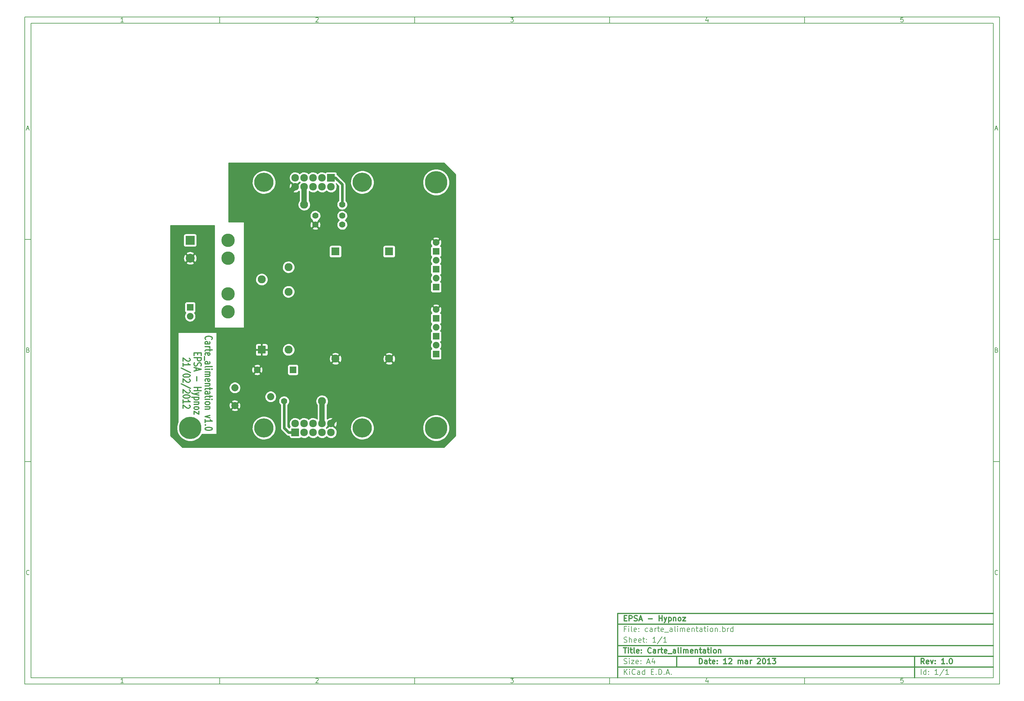
<source format=gtl>
G04 (created by PCBNEW-RS274X (2012-01-19 BZR 3256)-stable) date 12/03/2013 15:56:19*
G01*
G70*
G90*
%MOIN*%
G04 Gerber Fmt 3.4, Leading zero omitted, Abs format*
%FSLAX34Y34*%
G04 APERTURE LIST*
%ADD10C,0.006000*%
%ADD11C,0.012000*%
%ADD12C,0.215000*%
%ADD13R,0.085000X0.085000*%
%ADD14C,0.085000*%
%ADD15C,0.250000*%
%ADD16C,0.080000*%
%ADD17R,0.090000X0.090000*%
%ADD18C,0.090000*%
%ADD19C,0.070000*%
%ADD20R,0.075000X0.075000*%
%ADD21C,0.075000*%
%ADD22C,0.150000*%
%ADD23R,0.100000X0.100000*%
%ADD24C,0.100000*%
%ADD25C,0.060000*%
%ADD26C,0.030000*%
%ADD27C,0.010000*%
G04 APERTURE END LIST*
G54D10*
X04000Y-04000D02*
X113000Y-04000D01*
X113000Y-78670D01*
X04000Y-78670D01*
X04000Y-04000D01*
X04700Y-04700D02*
X112300Y-04700D01*
X112300Y-77970D01*
X04700Y-77970D01*
X04700Y-04700D01*
X25800Y-04000D02*
X25800Y-04700D01*
X15043Y-04552D02*
X14757Y-04552D01*
X14900Y-04552D02*
X14900Y-04052D01*
X14852Y-04124D01*
X14805Y-04171D01*
X14757Y-04195D01*
X25800Y-78670D02*
X25800Y-77970D01*
X15043Y-78522D02*
X14757Y-78522D01*
X14900Y-78522D02*
X14900Y-78022D01*
X14852Y-78094D01*
X14805Y-78141D01*
X14757Y-78165D01*
X47600Y-04000D02*
X47600Y-04700D01*
X36557Y-04100D02*
X36581Y-04076D01*
X36629Y-04052D01*
X36748Y-04052D01*
X36795Y-04076D01*
X36819Y-04100D01*
X36843Y-04148D01*
X36843Y-04195D01*
X36819Y-04267D01*
X36533Y-04552D01*
X36843Y-04552D01*
X47600Y-78670D02*
X47600Y-77970D01*
X36557Y-78070D02*
X36581Y-78046D01*
X36629Y-78022D01*
X36748Y-78022D01*
X36795Y-78046D01*
X36819Y-78070D01*
X36843Y-78118D01*
X36843Y-78165D01*
X36819Y-78237D01*
X36533Y-78522D01*
X36843Y-78522D01*
X69400Y-04000D02*
X69400Y-04700D01*
X58333Y-04052D02*
X58643Y-04052D01*
X58476Y-04243D01*
X58548Y-04243D01*
X58595Y-04267D01*
X58619Y-04290D01*
X58643Y-04338D01*
X58643Y-04457D01*
X58619Y-04505D01*
X58595Y-04529D01*
X58548Y-04552D01*
X58405Y-04552D01*
X58357Y-04529D01*
X58333Y-04505D01*
X69400Y-78670D02*
X69400Y-77970D01*
X58333Y-78022D02*
X58643Y-78022D01*
X58476Y-78213D01*
X58548Y-78213D01*
X58595Y-78237D01*
X58619Y-78260D01*
X58643Y-78308D01*
X58643Y-78427D01*
X58619Y-78475D01*
X58595Y-78499D01*
X58548Y-78522D01*
X58405Y-78522D01*
X58357Y-78499D01*
X58333Y-78475D01*
X91200Y-04000D02*
X91200Y-04700D01*
X80395Y-04219D02*
X80395Y-04552D01*
X80276Y-04029D02*
X80157Y-04386D01*
X80467Y-04386D01*
X91200Y-78670D02*
X91200Y-77970D01*
X80395Y-78189D02*
X80395Y-78522D01*
X80276Y-77999D02*
X80157Y-78356D01*
X80467Y-78356D01*
X102219Y-04052D02*
X101981Y-04052D01*
X101957Y-04290D01*
X101981Y-04267D01*
X102029Y-04243D01*
X102148Y-04243D01*
X102195Y-04267D01*
X102219Y-04290D01*
X102243Y-04338D01*
X102243Y-04457D01*
X102219Y-04505D01*
X102195Y-04529D01*
X102148Y-04552D01*
X102029Y-04552D01*
X101981Y-04529D01*
X101957Y-04505D01*
X102219Y-78022D02*
X101981Y-78022D01*
X101957Y-78260D01*
X101981Y-78237D01*
X102029Y-78213D01*
X102148Y-78213D01*
X102195Y-78237D01*
X102219Y-78260D01*
X102243Y-78308D01*
X102243Y-78427D01*
X102219Y-78475D01*
X102195Y-78499D01*
X102148Y-78522D01*
X102029Y-78522D01*
X101981Y-78499D01*
X101957Y-78475D01*
X04000Y-28890D02*
X04700Y-28890D01*
X04231Y-16510D02*
X04469Y-16510D01*
X04184Y-16652D02*
X04350Y-16152D01*
X04517Y-16652D01*
X113000Y-28890D02*
X112300Y-28890D01*
X112531Y-16510D02*
X112769Y-16510D01*
X112484Y-16652D02*
X112650Y-16152D01*
X112817Y-16652D01*
X04000Y-53780D02*
X04700Y-53780D01*
X04386Y-41280D02*
X04457Y-41304D01*
X04481Y-41328D01*
X04505Y-41376D01*
X04505Y-41447D01*
X04481Y-41495D01*
X04457Y-41519D01*
X04410Y-41542D01*
X04219Y-41542D01*
X04219Y-41042D01*
X04386Y-41042D01*
X04433Y-41066D01*
X04457Y-41090D01*
X04481Y-41138D01*
X04481Y-41185D01*
X04457Y-41233D01*
X04433Y-41257D01*
X04386Y-41280D01*
X04219Y-41280D01*
X113000Y-53780D02*
X112300Y-53780D01*
X112686Y-41280D02*
X112757Y-41304D01*
X112781Y-41328D01*
X112805Y-41376D01*
X112805Y-41447D01*
X112781Y-41495D01*
X112757Y-41519D01*
X112710Y-41542D01*
X112519Y-41542D01*
X112519Y-41042D01*
X112686Y-41042D01*
X112733Y-41066D01*
X112757Y-41090D01*
X112781Y-41138D01*
X112781Y-41185D01*
X112757Y-41233D01*
X112733Y-41257D01*
X112686Y-41280D01*
X112519Y-41280D01*
X04505Y-66385D02*
X04481Y-66409D01*
X04410Y-66432D01*
X04362Y-66432D01*
X04290Y-66409D01*
X04243Y-66361D01*
X04219Y-66313D01*
X04195Y-66218D01*
X04195Y-66147D01*
X04219Y-66051D01*
X04243Y-66004D01*
X04290Y-65956D01*
X04362Y-65932D01*
X04410Y-65932D01*
X04481Y-65956D01*
X04505Y-65980D01*
X112805Y-66385D02*
X112781Y-66409D01*
X112710Y-66432D01*
X112662Y-66432D01*
X112590Y-66409D01*
X112543Y-66361D01*
X112519Y-66313D01*
X112495Y-66218D01*
X112495Y-66147D01*
X112519Y-66051D01*
X112543Y-66004D01*
X112590Y-65956D01*
X112662Y-65932D01*
X112710Y-65932D01*
X112781Y-65956D01*
X112805Y-65980D01*
G54D11*
X79443Y-76413D02*
X79443Y-75813D01*
X79586Y-75813D01*
X79671Y-75841D01*
X79729Y-75899D01*
X79757Y-75956D01*
X79786Y-76070D01*
X79786Y-76156D01*
X79757Y-76270D01*
X79729Y-76327D01*
X79671Y-76384D01*
X79586Y-76413D01*
X79443Y-76413D01*
X80300Y-76413D02*
X80300Y-76099D01*
X80271Y-76041D01*
X80214Y-76013D01*
X80100Y-76013D01*
X80043Y-76041D01*
X80300Y-76384D02*
X80243Y-76413D01*
X80100Y-76413D01*
X80043Y-76384D01*
X80014Y-76327D01*
X80014Y-76270D01*
X80043Y-76213D01*
X80100Y-76184D01*
X80243Y-76184D01*
X80300Y-76156D01*
X80500Y-76013D02*
X80729Y-76013D01*
X80586Y-75813D02*
X80586Y-76327D01*
X80614Y-76384D01*
X80672Y-76413D01*
X80729Y-76413D01*
X81157Y-76384D02*
X81100Y-76413D01*
X80986Y-76413D01*
X80929Y-76384D01*
X80900Y-76327D01*
X80900Y-76099D01*
X80929Y-76041D01*
X80986Y-76013D01*
X81100Y-76013D01*
X81157Y-76041D01*
X81186Y-76099D01*
X81186Y-76156D01*
X80900Y-76213D01*
X81443Y-76356D02*
X81471Y-76384D01*
X81443Y-76413D01*
X81414Y-76384D01*
X81443Y-76356D01*
X81443Y-76413D01*
X81443Y-76041D02*
X81471Y-76070D01*
X81443Y-76099D01*
X81414Y-76070D01*
X81443Y-76041D01*
X81443Y-76099D01*
X82500Y-76413D02*
X82157Y-76413D01*
X82329Y-76413D02*
X82329Y-75813D01*
X82272Y-75899D01*
X82214Y-75956D01*
X82157Y-75984D01*
X82728Y-75870D02*
X82757Y-75841D01*
X82814Y-75813D01*
X82957Y-75813D01*
X83014Y-75841D01*
X83043Y-75870D01*
X83071Y-75927D01*
X83071Y-75984D01*
X83043Y-76070D01*
X82700Y-76413D01*
X83071Y-76413D01*
X83785Y-76413D02*
X83785Y-76013D01*
X83785Y-76070D02*
X83813Y-76041D01*
X83871Y-76013D01*
X83956Y-76013D01*
X84013Y-76041D01*
X84042Y-76099D01*
X84042Y-76413D01*
X84042Y-76099D02*
X84071Y-76041D01*
X84128Y-76013D01*
X84213Y-76013D01*
X84271Y-76041D01*
X84299Y-76099D01*
X84299Y-76413D01*
X84842Y-76413D02*
X84842Y-76099D01*
X84813Y-76041D01*
X84756Y-76013D01*
X84642Y-76013D01*
X84585Y-76041D01*
X84842Y-76384D02*
X84785Y-76413D01*
X84642Y-76413D01*
X84585Y-76384D01*
X84556Y-76327D01*
X84556Y-76270D01*
X84585Y-76213D01*
X84642Y-76184D01*
X84785Y-76184D01*
X84842Y-76156D01*
X85128Y-76413D02*
X85128Y-76013D01*
X85128Y-76127D02*
X85156Y-76070D01*
X85185Y-76041D01*
X85242Y-76013D01*
X85299Y-76013D01*
X85927Y-75870D02*
X85956Y-75841D01*
X86013Y-75813D01*
X86156Y-75813D01*
X86213Y-75841D01*
X86242Y-75870D01*
X86270Y-75927D01*
X86270Y-75984D01*
X86242Y-76070D01*
X85899Y-76413D01*
X86270Y-76413D01*
X86641Y-75813D02*
X86698Y-75813D01*
X86755Y-75841D01*
X86784Y-75870D01*
X86813Y-75927D01*
X86841Y-76041D01*
X86841Y-76184D01*
X86813Y-76299D01*
X86784Y-76356D01*
X86755Y-76384D01*
X86698Y-76413D01*
X86641Y-76413D01*
X86584Y-76384D01*
X86555Y-76356D01*
X86527Y-76299D01*
X86498Y-76184D01*
X86498Y-76041D01*
X86527Y-75927D01*
X86555Y-75870D01*
X86584Y-75841D01*
X86641Y-75813D01*
X87412Y-76413D02*
X87069Y-76413D01*
X87241Y-76413D02*
X87241Y-75813D01*
X87184Y-75899D01*
X87126Y-75956D01*
X87069Y-75984D01*
X87612Y-75813D02*
X87983Y-75813D01*
X87783Y-76041D01*
X87869Y-76041D01*
X87926Y-76070D01*
X87955Y-76099D01*
X87983Y-76156D01*
X87983Y-76299D01*
X87955Y-76356D01*
X87926Y-76384D01*
X87869Y-76413D01*
X87697Y-76413D01*
X87640Y-76384D01*
X87612Y-76356D01*
G54D10*
X71043Y-77613D02*
X71043Y-77013D01*
X71386Y-77613D02*
X71129Y-77270D01*
X71386Y-77013D02*
X71043Y-77356D01*
X71643Y-77613D02*
X71643Y-77213D01*
X71643Y-77013D02*
X71614Y-77041D01*
X71643Y-77070D01*
X71671Y-77041D01*
X71643Y-77013D01*
X71643Y-77070D01*
X72272Y-77556D02*
X72243Y-77584D01*
X72157Y-77613D01*
X72100Y-77613D01*
X72015Y-77584D01*
X71957Y-77527D01*
X71929Y-77470D01*
X71900Y-77356D01*
X71900Y-77270D01*
X71929Y-77156D01*
X71957Y-77099D01*
X72015Y-77041D01*
X72100Y-77013D01*
X72157Y-77013D01*
X72243Y-77041D01*
X72272Y-77070D01*
X72786Y-77613D02*
X72786Y-77299D01*
X72757Y-77241D01*
X72700Y-77213D01*
X72586Y-77213D01*
X72529Y-77241D01*
X72786Y-77584D02*
X72729Y-77613D01*
X72586Y-77613D01*
X72529Y-77584D01*
X72500Y-77527D01*
X72500Y-77470D01*
X72529Y-77413D01*
X72586Y-77384D01*
X72729Y-77384D01*
X72786Y-77356D01*
X73329Y-77613D02*
X73329Y-77013D01*
X73329Y-77584D02*
X73272Y-77613D01*
X73158Y-77613D01*
X73100Y-77584D01*
X73072Y-77556D01*
X73043Y-77499D01*
X73043Y-77327D01*
X73072Y-77270D01*
X73100Y-77241D01*
X73158Y-77213D01*
X73272Y-77213D01*
X73329Y-77241D01*
X74072Y-77299D02*
X74272Y-77299D01*
X74358Y-77613D02*
X74072Y-77613D01*
X74072Y-77013D01*
X74358Y-77013D01*
X74615Y-77556D02*
X74643Y-77584D01*
X74615Y-77613D01*
X74586Y-77584D01*
X74615Y-77556D01*
X74615Y-77613D01*
X74901Y-77613D02*
X74901Y-77013D01*
X75044Y-77013D01*
X75129Y-77041D01*
X75187Y-77099D01*
X75215Y-77156D01*
X75244Y-77270D01*
X75244Y-77356D01*
X75215Y-77470D01*
X75187Y-77527D01*
X75129Y-77584D01*
X75044Y-77613D01*
X74901Y-77613D01*
X75501Y-77556D02*
X75529Y-77584D01*
X75501Y-77613D01*
X75472Y-77584D01*
X75501Y-77556D01*
X75501Y-77613D01*
X75758Y-77441D02*
X76044Y-77441D01*
X75701Y-77613D02*
X75901Y-77013D01*
X76101Y-77613D01*
X76301Y-77556D02*
X76329Y-77584D01*
X76301Y-77613D01*
X76272Y-77584D01*
X76301Y-77556D01*
X76301Y-77613D01*
G54D11*
X104586Y-76413D02*
X104386Y-76127D01*
X104243Y-76413D02*
X104243Y-75813D01*
X104471Y-75813D01*
X104529Y-75841D01*
X104557Y-75870D01*
X104586Y-75927D01*
X104586Y-76013D01*
X104557Y-76070D01*
X104529Y-76099D01*
X104471Y-76127D01*
X104243Y-76127D01*
X105071Y-76384D02*
X105014Y-76413D01*
X104900Y-76413D01*
X104843Y-76384D01*
X104814Y-76327D01*
X104814Y-76099D01*
X104843Y-76041D01*
X104900Y-76013D01*
X105014Y-76013D01*
X105071Y-76041D01*
X105100Y-76099D01*
X105100Y-76156D01*
X104814Y-76213D01*
X105300Y-76013D02*
X105443Y-76413D01*
X105585Y-76013D01*
X105814Y-76356D02*
X105842Y-76384D01*
X105814Y-76413D01*
X105785Y-76384D01*
X105814Y-76356D01*
X105814Y-76413D01*
X105814Y-76041D02*
X105842Y-76070D01*
X105814Y-76099D01*
X105785Y-76070D01*
X105814Y-76041D01*
X105814Y-76099D01*
X106871Y-76413D02*
X106528Y-76413D01*
X106700Y-76413D02*
X106700Y-75813D01*
X106643Y-75899D01*
X106585Y-75956D01*
X106528Y-75984D01*
X107128Y-76356D02*
X107156Y-76384D01*
X107128Y-76413D01*
X107099Y-76384D01*
X107128Y-76356D01*
X107128Y-76413D01*
X107528Y-75813D02*
X107585Y-75813D01*
X107642Y-75841D01*
X107671Y-75870D01*
X107700Y-75927D01*
X107728Y-76041D01*
X107728Y-76184D01*
X107700Y-76299D01*
X107671Y-76356D01*
X107642Y-76384D01*
X107585Y-76413D01*
X107528Y-76413D01*
X107471Y-76384D01*
X107442Y-76356D01*
X107414Y-76299D01*
X107385Y-76184D01*
X107385Y-76041D01*
X107414Y-75927D01*
X107442Y-75870D01*
X107471Y-75841D01*
X107528Y-75813D01*
G54D10*
X71014Y-76384D02*
X71100Y-76413D01*
X71243Y-76413D01*
X71300Y-76384D01*
X71329Y-76356D01*
X71357Y-76299D01*
X71357Y-76241D01*
X71329Y-76184D01*
X71300Y-76156D01*
X71243Y-76127D01*
X71129Y-76099D01*
X71071Y-76070D01*
X71043Y-76041D01*
X71014Y-75984D01*
X71014Y-75927D01*
X71043Y-75870D01*
X71071Y-75841D01*
X71129Y-75813D01*
X71271Y-75813D01*
X71357Y-75841D01*
X71614Y-76413D02*
X71614Y-76013D01*
X71614Y-75813D02*
X71585Y-75841D01*
X71614Y-75870D01*
X71642Y-75841D01*
X71614Y-75813D01*
X71614Y-75870D01*
X71843Y-76013D02*
X72157Y-76013D01*
X71843Y-76413D01*
X72157Y-76413D01*
X72614Y-76384D02*
X72557Y-76413D01*
X72443Y-76413D01*
X72386Y-76384D01*
X72357Y-76327D01*
X72357Y-76099D01*
X72386Y-76041D01*
X72443Y-76013D01*
X72557Y-76013D01*
X72614Y-76041D01*
X72643Y-76099D01*
X72643Y-76156D01*
X72357Y-76213D01*
X72900Y-76356D02*
X72928Y-76384D01*
X72900Y-76413D01*
X72871Y-76384D01*
X72900Y-76356D01*
X72900Y-76413D01*
X72900Y-76041D02*
X72928Y-76070D01*
X72900Y-76099D01*
X72871Y-76070D01*
X72900Y-76041D01*
X72900Y-76099D01*
X73614Y-76241D02*
X73900Y-76241D01*
X73557Y-76413D02*
X73757Y-75813D01*
X73957Y-76413D01*
X74414Y-76013D02*
X74414Y-76413D01*
X74271Y-75784D02*
X74128Y-76213D01*
X74500Y-76213D01*
X104243Y-77613D02*
X104243Y-77013D01*
X104786Y-77613D02*
X104786Y-77013D01*
X104786Y-77584D02*
X104729Y-77613D01*
X104615Y-77613D01*
X104557Y-77584D01*
X104529Y-77556D01*
X104500Y-77499D01*
X104500Y-77327D01*
X104529Y-77270D01*
X104557Y-77241D01*
X104615Y-77213D01*
X104729Y-77213D01*
X104786Y-77241D01*
X105072Y-77556D02*
X105100Y-77584D01*
X105072Y-77613D01*
X105043Y-77584D01*
X105072Y-77556D01*
X105072Y-77613D01*
X105072Y-77241D02*
X105100Y-77270D01*
X105072Y-77299D01*
X105043Y-77270D01*
X105072Y-77241D01*
X105072Y-77299D01*
X106129Y-77613D02*
X105786Y-77613D01*
X105958Y-77613D02*
X105958Y-77013D01*
X105901Y-77099D01*
X105843Y-77156D01*
X105786Y-77184D01*
X106814Y-76984D02*
X106300Y-77756D01*
X107329Y-77613D02*
X106986Y-77613D01*
X107158Y-77613D02*
X107158Y-77013D01*
X107101Y-77099D01*
X107043Y-77156D01*
X106986Y-77184D01*
G54D11*
X70957Y-74613D02*
X71300Y-74613D01*
X71129Y-75213D02*
X71129Y-74613D01*
X71500Y-75213D02*
X71500Y-74813D01*
X71500Y-74613D02*
X71471Y-74641D01*
X71500Y-74670D01*
X71528Y-74641D01*
X71500Y-74613D01*
X71500Y-74670D01*
X71700Y-74813D02*
X71929Y-74813D01*
X71786Y-74613D02*
X71786Y-75127D01*
X71814Y-75184D01*
X71872Y-75213D01*
X71929Y-75213D01*
X72215Y-75213D02*
X72157Y-75184D01*
X72129Y-75127D01*
X72129Y-74613D01*
X72671Y-75184D02*
X72614Y-75213D01*
X72500Y-75213D01*
X72443Y-75184D01*
X72414Y-75127D01*
X72414Y-74899D01*
X72443Y-74841D01*
X72500Y-74813D01*
X72614Y-74813D01*
X72671Y-74841D01*
X72700Y-74899D01*
X72700Y-74956D01*
X72414Y-75013D01*
X72957Y-75156D02*
X72985Y-75184D01*
X72957Y-75213D01*
X72928Y-75184D01*
X72957Y-75156D01*
X72957Y-75213D01*
X72957Y-74841D02*
X72985Y-74870D01*
X72957Y-74899D01*
X72928Y-74870D01*
X72957Y-74841D01*
X72957Y-74899D01*
X74043Y-75156D02*
X74014Y-75184D01*
X73928Y-75213D01*
X73871Y-75213D01*
X73786Y-75184D01*
X73728Y-75127D01*
X73700Y-75070D01*
X73671Y-74956D01*
X73671Y-74870D01*
X73700Y-74756D01*
X73728Y-74699D01*
X73786Y-74641D01*
X73871Y-74613D01*
X73928Y-74613D01*
X74014Y-74641D01*
X74043Y-74670D01*
X74557Y-75213D02*
X74557Y-74899D01*
X74528Y-74841D01*
X74471Y-74813D01*
X74357Y-74813D01*
X74300Y-74841D01*
X74557Y-75184D02*
X74500Y-75213D01*
X74357Y-75213D01*
X74300Y-75184D01*
X74271Y-75127D01*
X74271Y-75070D01*
X74300Y-75013D01*
X74357Y-74984D01*
X74500Y-74984D01*
X74557Y-74956D01*
X74843Y-75213D02*
X74843Y-74813D01*
X74843Y-74927D02*
X74871Y-74870D01*
X74900Y-74841D01*
X74957Y-74813D01*
X75014Y-74813D01*
X75128Y-74813D02*
X75357Y-74813D01*
X75214Y-74613D02*
X75214Y-75127D01*
X75242Y-75184D01*
X75300Y-75213D01*
X75357Y-75213D01*
X75785Y-75184D02*
X75728Y-75213D01*
X75614Y-75213D01*
X75557Y-75184D01*
X75528Y-75127D01*
X75528Y-74899D01*
X75557Y-74841D01*
X75614Y-74813D01*
X75728Y-74813D01*
X75785Y-74841D01*
X75814Y-74899D01*
X75814Y-74956D01*
X75528Y-75013D01*
X75928Y-75270D02*
X76385Y-75270D01*
X76785Y-75213D02*
X76785Y-74899D01*
X76756Y-74841D01*
X76699Y-74813D01*
X76585Y-74813D01*
X76528Y-74841D01*
X76785Y-75184D02*
X76728Y-75213D01*
X76585Y-75213D01*
X76528Y-75184D01*
X76499Y-75127D01*
X76499Y-75070D01*
X76528Y-75013D01*
X76585Y-74984D01*
X76728Y-74984D01*
X76785Y-74956D01*
X77157Y-75213D02*
X77099Y-75184D01*
X77071Y-75127D01*
X77071Y-74613D01*
X77385Y-75213D02*
X77385Y-74813D01*
X77385Y-74613D02*
X77356Y-74641D01*
X77385Y-74670D01*
X77413Y-74641D01*
X77385Y-74613D01*
X77385Y-74670D01*
X77671Y-75213D02*
X77671Y-74813D01*
X77671Y-74870D02*
X77699Y-74841D01*
X77757Y-74813D01*
X77842Y-74813D01*
X77899Y-74841D01*
X77928Y-74899D01*
X77928Y-75213D01*
X77928Y-74899D02*
X77957Y-74841D01*
X78014Y-74813D01*
X78099Y-74813D01*
X78157Y-74841D01*
X78185Y-74899D01*
X78185Y-75213D01*
X78699Y-75184D02*
X78642Y-75213D01*
X78528Y-75213D01*
X78471Y-75184D01*
X78442Y-75127D01*
X78442Y-74899D01*
X78471Y-74841D01*
X78528Y-74813D01*
X78642Y-74813D01*
X78699Y-74841D01*
X78728Y-74899D01*
X78728Y-74956D01*
X78442Y-75013D01*
X78985Y-74813D02*
X78985Y-75213D01*
X78985Y-74870D02*
X79013Y-74841D01*
X79071Y-74813D01*
X79156Y-74813D01*
X79213Y-74841D01*
X79242Y-74899D01*
X79242Y-75213D01*
X79442Y-74813D02*
X79671Y-74813D01*
X79528Y-74613D02*
X79528Y-75127D01*
X79556Y-75184D01*
X79614Y-75213D01*
X79671Y-75213D01*
X80128Y-75213D02*
X80128Y-74899D01*
X80099Y-74841D01*
X80042Y-74813D01*
X79928Y-74813D01*
X79871Y-74841D01*
X80128Y-75184D02*
X80071Y-75213D01*
X79928Y-75213D01*
X79871Y-75184D01*
X79842Y-75127D01*
X79842Y-75070D01*
X79871Y-75013D01*
X79928Y-74984D01*
X80071Y-74984D01*
X80128Y-74956D01*
X80328Y-74813D02*
X80557Y-74813D01*
X80414Y-74613D02*
X80414Y-75127D01*
X80442Y-75184D01*
X80500Y-75213D01*
X80557Y-75213D01*
X80757Y-75213D02*
X80757Y-74813D01*
X80757Y-74613D02*
X80728Y-74641D01*
X80757Y-74670D01*
X80785Y-74641D01*
X80757Y-74613D01*
X80757Y-74670D01*
X81129Y-75213D02*
X81071Y-75184D01*
X81043Y-75156D01*
X81014Y-75099D01*
X81014Y-74927D01*
X81043Y-74870D01*
X81071Y-74841D01*
X81129Y-74813D01*
X81214Y-74813D01*
X81271Y-74841D01*
X81300Y-74870D01*
X81329Y-74927D01*
X81329Y-75099D01*
X81300Y-75156D01*
X81271Y-75184D01*
X81214Y-75213D01*
X81129Y-75213D01*
X81586Y-74813D02*
X81586Y-75213D01*
X81586Y-74870D02*
X81614Y-74841D01*
X81672Y-74813D01*
X81757Y-74813D01*
X81814Y-74841D01*
X81843Y-74899D01*
X81843Y-75213D01*
G54D10*
X71243Y-72499D02*
X71043Y-72499D01*
X71043Y-72813D02*
X71043Y-72213D01*
X71329Y-72213D01*
X71557Y-72813D02*
X71557Y-72413D01*
X71557Y-72213D02*
X71528Y-72241D01*
X71557Y-72270D01*
X71585Y-72241D01*
X71557Y-72213D01*
X71557Y-72270D01*
X71929Y-72813D02*
X71871Y-72784D01*
X71843Y-72727D01*
X71843Y-72213D01*
X72385Y-72784D02*
X72328Y-72813D01*
X72214Y-72813D01*
X72157Y-72784D01*
X72128Y-72727D01*
X72128Y-72499D01*
X72157Y-72441D01*
X72214Y-72413D01*
X72328Y-72413D01*
X72385Y-72441D01*
X72414Y-72499D01*
X72414Y-72556D01*
X72128Y-72613D01*
X72671Y-72756D02*
X72699Y-72784D01*
X72671Y-72813D01*
X72642Y-72784D01*
X72671Y-72756D01*
X72671Y-72813D01*
X72671Y-72441D02*
X72699Y-72470D01*
X72671Y-72499D01*
X72642Y-72470D01*
X72671Y-72441D01*
X72671Y-72499D01*
X73671Y-72784D02*
X73614Y-72813D01*
X73500Y-72813D01*
X73442Y-72784D01*
X73414Y-72756D01*
X73385Y-72699D01*
X73385Y-72527D01*
X73414Y-72470D01*
X73442Y-72441D01*
X73500Y-72413D01*
X73614Y-72413D01*
X73671Y-72441D01*
X74185Y-72813D02*
X74185Y-72499D01*
X74156Y-72441D01*
X74099Y-72413D01*
X73985Y-72413D01*
X73928Y-72441D01*
X74185Y-72784D02*
X74128Y-72813D01*
X73985Y-72813D01*
X73928Y-72784D01*
X73899Y-72727D01*
X73899Y-72670D01*
X73928Y-72613D01*
X73985Y-72584D01*
X74128Y-72584D01*
X74185Y-72556D01*
X74471Y-72813D02*
X74471Y-72413D01*
X74471Y-72527D02*
X74499Y-72470D01*
X74528Y-72441D01*
X74585Y-72413D01*
X74642Y-72413D01*
X74756Y-72413D02*
X74985Y-72413D01*
X74842Y-72213D02*
X74842Y-72727D01*
X74870Y-72784D01*
X74928Y-72813D01*
X74985Y-72813D01*
X75413Y-72784D02*
X75356Y-72813D01*
X75242Y-72813D01*
X75185Y-72784D01*
X75156Y-72727D01*
X75156Y-72499D01*
X75185Y-72441D01*
X75242Y-72413D01*
X75356Y-72413D01*
X75413Y-72441D01*
X75442Y-72499D01*
X75442Y-72556D01*
X75156Y-72613D01*
X75556Y-72870D02*
X76013Y-72870D01*
X76413Y-72813D02*
X76413Y-72499D01*
X76384Y-72441D01*
X76327Y-72413D01*
X76213Y-72413D01*
X76156Y-72441D01*
X76413Y-72784D02*
X76356Y-72813D01*
X76213Y-72813D01*
X76156Y-72784D01*
X76127Y-72727D01*
X76127Y-72670D01*
X76156Y-72613D01*
X76213Y-72584D01*
X76356Y-72584D01*
X76413Y-72556D01*
X76785Y-72813D02*
X76727Y-72784D01*
X76699Y-72727D01*
X76699Y-72213D01*
X77013Y-72813D02*
X77013Y-72413D01*
X77013Y-72213D02*
X76984Y-72241D01*
X77013Y-72270D01*
X77041Y-72241D01*
X77013Y-72213D01*
X77013Y-72270D01*
X77299Y-72813D02*
X77299Y-72413D01*
X77299Y-72470D02*
X77327Y-72441D01*
X77385Y-72413D01*
X77470Y-72413D01*
X77527Y-72441D01*
X77556Y-72499D01*
X77556Y-72813D01*
X77556Y-72499D02*
X77585Y-72441D01*
X77642Y-72413D01*
X77727Y-72413D01*
X77785Y-72441D01*
X77813Y-72499D01*
X77813Y-72813D01*
X78327Y-72784D02*
X78270Y-72813D01*
X78156Y-72813D01*
X78099Y-72784D01*
X78070Y-72727D01*
X78070Y-72499D01*
X78099Y-72441D01*
X78156Y-72413D01*
X78270Y-72413D01*
X78327Y-72441D01*
X78356Y-72499D01*
X78356Y-72556D01*
X78070Y-72613D01*
X78613Y-72413D02*
X78613Y-72813D01*
X78613Y-72470D02*
X78641Y-72441D01*
X78699Y-72413D01*
X78784Y-72413D01*
X78841Y-72441D01*
X78870Y-72499D01*
X78870Y-72813D01*
X79070Y-72413D02*
X79299Y-72413D01*
X79156Y-72213D02*
X79156Y-72727D01*
X79184Y-72784D01*
X79242Y-72813D01*
X79299Y-72813D01*
X79756Y-72813D02*
X79756Y-72499D01*
X79727Y-72441D01*
X79670Y-72413D01*
X79556Y-72413D01*
X79499Y-72441D01*
X79756Y-72784D02*
X79699Y-72813D01*
X79556Y-72813D01*
X79499Y-72784D01*
X79470Y-72727D01*
X79470Y-72670D01*
X79499Y-72613D01*
X79556Y-72584D01*
X79699Y-72584D01*
X79756Y-72556D01*
X79956Y-72413D02*
X80185Y-72413D01*
X80042Y-72213D02*
X80042Y-72727D01*
X80070Y-72784D01*
X80128Y-72813D01*
X80185Y-72813D01*
X80385Y-72813D02*
X80385Y-72413D01*
X80385Y-72213D02*
X80356Y-72241D01*
X80385Y-72270D01*
X80413Y-72241D01*
X80385Y-72213D01*
X80385Y-72270D01*
X80757Y-72813D02*
X80699Y-72784D01*
X80671Y-72756D01*
X80642Y-72699D01*
X80642Y-72527D01*
X80671Y-72470D01*
X80699Y-72441D01*
X80757Y-72413D01*
X80842Y-72413D01*
X80899Y-72441D01*
X80928Y-72470D01*
X80957Y-72527D01*
X80957Y-72699D01*
X80928Y-72756D01*
X80899Y-72784D01*
X80842Y-72813D01*
X80757Y-72813D01*
X81214Y-72413D02*
X81214Y-72813D01*
X81214Y-72470D02*
X81242Y-72441D01*
X81300Y-72413D01*
X81385Y-72413D01*
X81442Y-72441D01*
X81471Y-72499D01*
X81471Y-72813D01*
X81757Y-72756D02*
X81785Y-72784D01*
X81757Y-72813D01*
X81728Y-72784D01*
X81757Y-72756D01*
X81757Y-72813D01*
X82043Y-72813D02*
X82043Y-72213D01*
X82043Y-72441D02*
X82100Y-72413D01*
X82214Y-72413D01*
X82271Y-72441D01*
X82300Y-72470D01*
X82329Y-72527D01*
X82329Y-72699D01*
X82300Y-72756D01*
X82271Y-72784D01*
X82214Y-72813D01*
X82100Y-72813D01*
X82043Y-72784D01*
X82586Y-72813D02*
X82586Y-72413D01*
X82586Y-72527D02*
X82614Y-72470D01*
X82643Y-72441D01*
X82700Y-72413D01*
X82757Y-72413D01*
X83214Y-72813D02*
X83214Y-72213D01*
X83214Y-72784D02*
X83157Y-72813D01*
X83043Y-72813D01*
X82985Y-72784D01*
X82957Y-72756D01*
X82928Y-72699D01*
X82928Y-72527D01*
X82957Y-72470D01*
X82985Y-72441D01*
X83043Y-72413D01*
X83157Y-72413D01*
X83214Y-72441D01*
X71014Y-73984D02*
X71100Y-74013D01*
X71243Y-74013D01*
X71300Y-73984D01*
X71329Y-73956D01*
X71357Y-73899D01*
X71357Y-73841D01*
X71329Y-73784D01*
X71300Y-73756D01*
X71243Y-73727D01*
X71129Y-73699D01*
X71071Y-73670D01*
X71043Y-73641D01*
X71014Y-73584D01*
X71014Y-73527D01*
X71043Y-73470D01*
X71071Y-73441D01*
X71129Y-73413D01*
X71271Y-73413D01*
X71357Y-73441D01*
X71614Y-74013D02*
X71614Y-73413D01*
X71871Y-74013D02*
X71871Y-73699D01*
X71842Y-73641D01*
X71785Y-73613D01*
X71700Y-73613D01*
X71642Y-73641D01*
X71614Y-73670D01*
X72385Y-73984D02*
X72328Y-74013D01*
X72214Y-74013D01*
X72157Y-73984D01*
X72128Y-73927D01*
X72128Y-73699D01*
X72157Y-73641D01*
X72214Y-73613D01*
X72328Y-73613D01*
X72385Y-73641D01*
X72414Y-73699D01*
X72414Y-73756D01*
X72128Y-73813D01*
X72899Y-73984D02*
X72842Y-74013D01*
X72728Y-74013D01*
X72671Y-73984D01*
X72642Y-73927D01*
X72642Y-73699D01*
X72671Y-73641D01*
X72728Y-73613D01*
X72842Y-73613D01*
X72899Y-73641D01*
X72928Y-73699D01*
X72928Y-73756D01*
X72642Y-73813D01*
X73099Y-73613D02*
X73328Y-73613D01*
X73185Y-73413D02*
X73185Y-73927D01*
X73213Y-73984D01*
X73271Y-74013D01*
X73328Y-74013D01*
X73528Y-73956D02*
X73556Y-73984D01*
X73528Y-74013D01*
X73499Y-73984D01*
X73528Y-73956D01*
X73528Y-74013D01*
X73528Y-73641D02*
X73556Y-73670D01*
X73528Y-73699D01*
X73499Y-73670D01*
X73528Y-73641D01*
X73528Y-73699D01*
X74585Y-74013D02*
X74242Y-74013D01*
X74414Y-74013D02*
X74414Y-73413D01*
X74357Y-73499D01*
X74299Y-73556D01*
X74242Y-73584D01*
X75270Y-73384D02*
X74756Y-74156D01*
X75785Y-74013D02*
X75442Y-74013D01*
X75614Y-74013D02*
X75614Y-73413D01*
X75557Y-73499D01*
X75499Y-73556D01*
X75442Y-73584D01*
G54D11*
X71043Y-71299D02*
X71243Y-71299D01*
X71329Y-71613D02*
X71043Y-71613D01*
X71043Y-71013D01*
X71329Y-71013D01*
X71586Y-71613D02*
X71586Y-71013D01*
X71814Y-71013D01*
X71872Y-71041D01*
X71900Y-71070D01*
X71929Y-71127D01*
X71929Y-71213D01*
X71900Y-71270D01*
X71872Y-71299D01*
X71814Y-71327D01*
X71586Y-71327D01*
X72157Y-71584D02*
X72243Y-71613D01*
X72386Y-71613D01*
X72443Y-71584D01*
X72472Y-71556D01*
X72500Y-71499D01*
X72500Y-71441D01*
X72472Y-71384D01*
X72443Y-71356D01*
X72386Y-71327D01*
X72272Y-71299D01*
X72214Y-71270D01*
X72186Y-71241D01*
X72157Y-71184D01*
X72157Y-71127D01*
X72186Y-71070D01*
X72214Y-71041D01*
X72272Y-71013D01*
X72414Y-71013D01*
X72500Y-71041D01*
X72728Y-71441D02*
X73014Y-71441D01*
X72671Y-71613D02*
X72871Y-71013D01*
X73071Y-71613D01*
X73728Y-71384D02*
X74185Y-71384D01*
X74928Y-71613D02*
X74928Y-71013D01*
X74928Y-71299D02*
X75271Y-71299D01*
X75271Y-71613D02*
X75271Y-71013D01*
X75500Y-71213D02*
X75643Y-71613D01*
X75785Y-71213D02*
X75643Y-71613D01*
X75585Y-71756D01*
X75557Y-71784D01*
X75500Y-71813D01*
X76014Y-71213D02*
X76014Y-71813D01*
X76014Y-71241D02*
X76071Y-71213D01*
X76185Y-71213D01*
X76242Y-71241D01*
X76271Y-71270D01*
X76300Y-71327D01*
X76300Y-71499D01*
X76271Y-71556D01*
X76242Y-71584D01*
X76185Y-71613D01*
X76071Y-71613D01*
X76014Y-71584D01*
X76557Y-71213D02*
X76557Y-71613D01*
X76557Y-71270D02*
X76585Y-71241D01*
X76643Y-71213D01*
X76728Y-71213D01*
X76785Y-71241D01*
X76814Y-71299D01*
X76814Y-71613D01*
X77186Y-71613D02*
X77128Y-71584D01*
X77100Y-71556D01*
X77071Y-71499D01*
X77071Y-71327D01*
X77100Y-71270D01*
X77128Y-71241D01*
X77186Y-71213D01*
X77271Y-71213D01*
X77328Y-71241D01*
X77357Y-71270D01*
X77386Y-71327D01*
X77386Y-71499D01*
X77357Y-71556D01*
X77328Y-71584D01*
X77271Y-71613D01*
X77186Y-71613D01*
X77586Y-71213D02*
X77900Y-71213D01*
X77586Y-71613D01*
X77900Y-71613D01*
X70300Y-70770D02*
X70300Y-77970D01*
X70300Y-71970D02*
X112300Y-71970D01*
X70300Y-70770D02*
X112300Y-70770D01*
X70300Y-74370D02*
X112300Y-74370D01*
X103500Y-75570D02*
X103500Y-77970D01*
X70300Y-76770D02*
X112300Y-76770D01*
X70300Y-75570D02*
X112300Y-75570D01*
X76900Y-75570D02*
X76900Y-76770D01*
X24252Y-40101D02*
X24214Y-40072D01*
X24176Y-39986D01*
X24176Y-39929D01*
X24214Y-39844D01*
X24290Y-39786D01*
X24367Y-39758D01*
X24519Y-39729D01*
X24633Y-39729D01*
X24786Y-39758D01*
X24862Y-39786D01*
X24938Y-39844D01*
X24976Y-39929D01*
X24976Y-39986D01*
X24938Y-40072D01*
X24900Y-40101D01*
X24176Y-40615D02*
X24595Y-40615D01*
X24671Y-40586D01*
X24710Y-40529D01*
X24710Y-40415D01*
X24671Y-40358D01*
X24214Y-40615D02*
X24176Y-40558D01*
X24176Y-40415D01*
X24214Y-40358D01*
X24290Y-40329D01*
X24367Y-40329D01*
X24443Y-40358D01*
X24481Y-40415D01*
X24481Y-40558D01*
X24519Y-40615D01*
X24176Y-40901D02*
X24710Y-40901D01*
X24557Y-40901D02*
X24633Y-40929D01*
X24671Y-40958D01*
X24710Y-41015D01*
X24710Y-41072D01*
X24710Y-41186D02*
X24710Y-41415D01*
X24976Y-41272D02*
X24290Y-41272D01*
X24214Y-41300D01*
X24176Y-41358D01*
X24176Y-41415D01*
X24214Y-41843D02*
X24176Y-41786D01*
X24176Y-41672D01*
X24214Y-41615D01*
X24290Y-41586D01*
X24595Y-41586D01*
X24671Y-41615D01*
X24710Y-41672D01*
X24710Y-41786D01*
X24671Y-41843D01*
X24595Y-41872D01*
X24519Y-41872D01*
X24443Y-41586D01*
X24100Y-41986D02*
X24100Y-42443D01*
X24176Y-42843D02*
X24595Y-42843D01*
X24671Y-42814D01*
X24710Y-42757D01*
X24710Y-42643D01*
X24671Y-42586D01*
X24214Y-42843D02*
X24176Y-42786D01*
X24176Y-42643D01*
X24214Y-42586D01*
X24290Y-42557D01*
X24367Y-42557D01*
X24443Y-42586D01*
X24481Y-42643D01*
X24481Y-42786D01*
X24519Y-42843D01*
X24176Y-43215D02*
X24214Y-43157D01*
X24290Y-43129D01*
X24976Y-43129D01*
X24176Y-43443D02*
X24710Y-43443D01*
X24976Y-43443D02*
X24938Y-43414D01*
X24900Y-43443D01*
X24938Y-43471D01*
X24976Y-43443D01*
X24900Y-43443D01*
X24176Y-43729D02*
X24710Y-43729D01*
X24633Y-43729D02*
X24671Y-43757D01*
X24710Y-43815D01*
X24710Y-43900D01*
X24671Y-43957D01*
X24595Y-43986D01*
X24176Y-43986D01*
X24595Y-43986D02*
X24671Y-44015D01*
X24710Y-44072D01*
X24710Y-44157D01*
X24671Y-44215D01*
X24595Y-44243D01*
X24176Y-44243D01*
X24214Y-44757D02*
X24176Y-44700D01*
X24176Y-44586D01*
X24214Y-44529D01*
X24290Y-44500D01*
X24595Y-44500D01*
X24671Y-44529D01*
X24710Y-44586D01*
X24710Y-44700D01*
X24671Y-44757D01*
X24595Y-44786D01*
X24519Y-44786D01*
X24443Y-44500D01*
X24710Y-45043D02*
X24176Y-45043D01*
X24633Y-45043D02*
X24671Y-45071D01*
X24710Y-45129D01*
X24710Y-45214D01*
X24671Y-45271D01*
X24595Y-45300D01*
X24176Y-45300D01*
X24710Y-45500D02*
X24710Y-45729D01*
X24976Y-45586D02*
X24290Y-45586D01*
X24214Y-45614D01*
X24176Y-45672D01*
X24176Y-45729D01*
X24176Y-46186D02*
X24595Y-46186D01*
X24671Y-46157D01*
X24710Y-46100D01*
X24710Y-45986D01*
X24671Y-45929D01*
X24214Y-46186D02*
X24176Y-46129D01*
X24176Y-45986D01*
X24214Y-45929D01*
X24290Y-45900D01*
X24367Y-45900D01*
X24443Y-45929D01*
X24481Y-45986D01*
X24481Y-46129D01*
X24519Y-46186D01*
X24710Y-46386D02*
X24710Y-46615D01*
X24976Y-46472D02*
X24290Y-46472D01*
X24214Y-46500D01*
X24176Y-46558D01*
X24176Y-46615D01*
X24176Y-46815D02*
X24710Y-46815D01*
X24976Y-46815D02*
X24938Y-46786D01*
X24900Y-46815D01*
X24938Y-46843D01*
X24976Y-46815D01*
X24900Y-46815D01*
X24176Y-47187D02*
X24214Y-47129D01*
X24252Y-47101D01*
X24329Y-47072D01*
X24557Y-47072D01*
X24633Y-47101D01*
X24671Y-47129D01*
X24710Y-47187D01*
X24710Y-47272D01*
X24671Y-47329D01*
X24633Y-47358D01*
X24557Y-47387D01*
X24329Y-47387D01*
X24252Y-47358D01*
X24214Y-47329D01*
X24176Y-47272D01*
X24176Y-47187D01*
X24710Y-47644D02*
X24176Y-47644D01*
X24633Y-47644D02*
X24671Y-47672D01*
X24710Y-47730D01*
X24710Y-47815D01*
X24671Y-47872D01*
X24595Y-47901D01*
X24176Y-47901D01*
X24710Y-48587D02*
X24176Y-48730D01*
X24710Y-48872D01*
X24176Y-49415D02*
X24176Y-49072D01*
X24176Y-49244D02*
X24976Y-49244D01*
X24862Y-49187D01*
X24786Y-49129D01*
X24748Y-49072D01*
X24252Y-49672D02*
X24214Y-49700D01*
X24176Y-49672D01*
X24214Y-49643D01*
X24252Y-49672D01*
X24176Y-49672D01*
X24976Y-50072D02*
X24976Y-50129D01*
X24938Y-50186D01*
X24900Y-50215D01*
X24824Y-50244D01*
X24671Y-50272D01*
X24481Y-50272D01*
X24329Y-50244D01*
X24252Y-50215D01*
X24214Y-50186D01*
X24176Y-50129D01*
X24176Y-50072D01*
X24214Y-50015D01*
X24252Y-49986D01*
X24329Y-49958D01*
X24481Y-49929D01*
X24671Y-49929D01*
X24824Y-49958D01*
X24900Y-49986D01*
X24938Y-50015D01*
X24976Y-50072D01*
X23355Y-41600D02*
X23355Y-41800D01*
X22936Y-41886D02*
X22936Y-41600D01*
X23736Y-41600D01*
X23736Y-41886D01*
X22936Y-42143D02*
X23736Y-42143D01*
X23736Y-42371D01*
X23698Y-42429D01*
X23660Y-42457D01*
X23584Y-42486D01*
X23470Y-42486D01*
X23393Y-42457D01*
X23355Y-42429D01*
X23317Y-42371D01*
X23317Y-42143D01*
X22974Y-42714D02*
X22936Y-42800D01*
X22936Y-42943D01*
X22974Y-43000D01*
X23012Y-43029D01*
X23089Y-43057D01*
X23165Y-43057D01*
X23241Y-43029D01*
X23279Y-43000D01*
X23317Y-42943D01*
X23355Y-42829D01*
X23393Y-42771D01*
X23431Y-42743D01*
X23508Y-42714D01*
X23584Y-42714D01*
X23660Y-42743D01*
X23698Y-42771D01*
X23736Y-42829D01*
X23736Y-42971D01*
X23698Y-43057D01*
X23165Y-43285D02*
X23165Y-43571D01*
X22936Y-43228D02*
X23736Y-43428D01*
X22936Y-43628D01*
X23241Y-44285D02*
X23241Y-44742D01*
X22936Y-45485D02*
X23736Y-45485D01*
X23355Y-45485D02*
X23355Y-45828D01*
X22936Y-45828D02*
X23736Y-45828D01*
X23470Y-46057D02*
X22936Y-46200D01*
X23470Y-46342D02*
X22936Y-46200D01*
X22746Y-46142D01*
X22708Y-46114D01*
X22670Y-46057D01*
X23470Y-46571D02*
X22670Y-46571D01*
X23431Y-46571D02*
X23470Y-46628D01*
X23470Y-46742D01*
X23431Y-46799D01*
X23393Y-46828D01*
X23317Y-46857D01*
X23089Y-46857D01*
X23012Y-46828D01*
X22974Y-46799D01*
X22936Y-46742D01*
X22936Y-46628D01*
X22974Y-46571D01*
X23470Y-47114D02*
X22936Y-47114D01*
X23393Y-47114D02*
X23431Y-47142D01*
X23470Y-47200D01*
X23470Y-47285D01*
X23431Y-47342D01*
X23355Y-47371D01*
X22936Y-47371D01*
X22936Y-47743D02*
X22974Y-47685D01*
X23012Y-47657D01*
X23089Y-47628D01*
X23317Y-47628D01*
X23393Y-47657D01*
X23431Y-47685D01*
X23470Y-47743D01*
X23470Y-47828D01*
X23431Y-47885D01*
X23393Y-47914D01*
X23317Y-47943D01*
X23089Y-47943D01*
X23012Y-47914D01*
X22974Y-47885D01*
X22936Y-47828D01*
X22936Y-47743D01*
X23470Y-48143D02*
X23470Y-48457D01*
X22936Y-48143D01*
X22936Y-48457D01*
X22420Y-42201D02*
X22458Y-42230D01*
X22496Y-42287D01*
X22496Y-42430D01*
X22458Y-42487D01*
X22420Y-42516D01*
X22344Y-42544D01*
X22268Y-42544D01*
X22153Y-42516D01*
X21696Y-42173D01*
X21696Y-42544D01*
X21696Y-43115D02*
X21696Y-42772D01*
X21696Y-42944D02*
X22496Y-42944D01*
X22382Y-42887D01*
X22306Y-42829D01*
X22268Y-42772D01*
X22534Y-43800D02*
X21506Y-43286D01*
X22496Y-44115D02*
X22496Y-44172D01*
X22458Y-44229D01*
X22420Y-44258D01*
X22344Y-44287D01*
X22191Y-44315D01*
X22001Y-44315D01*
X21849Y-44287D01*
X21772Y-44258D01*
X21734Y-44229D01*
X21696Y-44172D01*
X21696Y-44115D01*
X21734Y-44058D01*
X21772Y-44029D01*
X21849Y-44001D01*
X22001Y-43972D01*
X22191Y-43972D01*
X22344Y-44001D01*
X22420Y-44029D01*
X22458Y-44058D01*
X22496Y-44115D01*
X22420Y-44543D02*
X22458Y-44572D01*
X22496Y-44629D01*
X22496Y-44772D01*
X22458Y-44829D01*
X22420Y-44858D01*
X22344Y-44886D01*
X22268Y-44886D01*
X22153Y-44858D01*
X21696Y-44515D01*
X21696Y-44886D01*
X22534Y-45571D02*
X21506Y-45057D01*
X22420Y-45743D02*
X22458Y-45772D01*
X22496Y-45829D01*
X22496Y-45972D01*
X22458Y-46029D01*
X22420Y-46058D01*
X22344Y-46086D01*
X22268Y-46086D01*
X22153Y-46058D01*
X21696Y-45715D01*
X21696Y-46086D01*
X22496Y-46457D02*
X22496Y-46514D01*
X22458Y-46571D01*
X22420Y-46600D01*
X22344Y-46629D01*
X22191Y-46657D01*
X22001Y-46657D01*
X21849Y-46629D01*
X21772Y-46600D01*
X21734Y-46571D01*
X21696Y-46514D01*
X21696Y-46457D01*
X21734Y-46400D01*
X21772Y-46371D01*
X21849Y-46343D01*
X22001Y-46314D01*
X22191Y-46314D01*
X22344Y-46343D01*
X22420Y-46371D01*
X22458Y-46400D01*
X22496Y-46457D01*
X21696Y-47228D02*
X21696Y-46885D01*
X21696Y-47057D02*
X22496Y-47057D01*
X22382Y-47000D01*
X22306Y-46942D01*
X22268Y-46885D01*
X22420Y-47456D02*
X22458Y-47485D01*
X22496Y-47542D01*
X22496Y-47685D01*
X22458Y-47742D01*
X22420Y-47771D01*
X22344Y-47799D01*
X22268Y-47799D01*
X22153Y-47771D01*
X21696Y-47428D01*
X21696Y-47799D01*
G54D12*
X30750Y-50000D03*
X41750Y-50000D03*
G54D13*
X34250Y-50500D03*
G54D14*
X34250Y-49500D03*
X35250Y-50500D03*
X35250Y-49500D03*
X36250Y-50500D03*
X36250Y-49500D03*
X37250Y-50500D03*
X37250Y-49500D03*
X38250Y-50500D03*
X38250Y-49500D03*
G54D12*
X41750Y-22500D03*
X30750Y-22500D03*
G54D13*
X38250Y-22000D03*
G54D14*
X38250Y-23000D03*
X37250Y-22000D03*
X37250Y-23000D03*
X36250Y-22000D03*
X36250Y-23000D03*
X35250Y-22000D03*
X35250Y-23000D03*
X34250Y-22000D03*
X34250Y-23000D03*
G54D15*
X50000Y-22500D03*
X50000Y-50000D03*
X22500Y-50000D03*
G54D16*
X27500Y-45500D03*
X31500Y-46500D03*
X27500Y-47500D03*
G54D17*
X30500Y-41250D03*
G54D18*
X33500Y-41250D03*
X33500Y-34754D03*
X33500Y-31998D03*
X30500Y-33376D03*
G54D19*
X39500Y-26250D03*
X36500Y-26250D03*
X36500Y-27250D03*
X39500Y-27250D03*
G54D20*
X22500Y-36500D03*
G54D21*
X22500Y-37500D03*
G54D20*
X50000Y-30250D03*
G54D21*
X50000Y-29250D03*
G54D20*
X50000Y-32250D03*
G54D21*
X50000Y-31250D03*
G54D22*
X26750Y-29000D03*
X26750Y-31000D03*
X26750Y-35000D03*
X26750Y-37000D03*
G54D17*
X38750Y-30250D03*
G54D18*
X38750Y-42250D03*
G54D17*
X44750Y-30250D03*
G54D18*
X44750Y-42250D03*
G54D20*
X50000Y-34250D03*
G54D21*
X50000Y-33250D03*
G54D20*
X50000Y-37750D03*
G54D21*
X50000Y-36750D03*
G54D20*
X50000Y-39750D03*
G54D21*
X50000Y-38750D03*
G54D20*
X50000Y-41750D03*
G54D21*
X50000Y-40750D03*
X30000Y-43500D03*
G54D20*
X34000Y-43500D03*
G54D23*
X22500Y-29000D03*
G54D24*
X22500Y-31000D03*
G54D18*
X35250Y-25000D03*
X37250Y-47000D03*
G54D19*
X33000Y-47000D03*
X39500Y-25000D03*
G54D18*
X32000Y-25250D03*
X38250Y-48000D03*
G54D25*
X35250Y-23000D02*
X35250Y-25000D01*
X37250Y-49500D02*
X37250Y-47000D01*
G54D26*
X33500Y-50500D02*
X34250Y-50500D01*
X33000Y-47000D02*
X33000Y-50000D01*
X33000Y-50000D02*
X33500Y-50500D01*
X38750Y-22000D02*
X39500Y-22750D01*
X38250Y-22000D02*
X38750Y-22000D01*
X39500Y-22750D02*
X39500Y-25000D01*
G54D25*
X39000Y-48750D02*
X38250Y-49500D01*
X34250Y-23000D02*
X32000Y-25250D01*
X38250Y-48000D02*
X39000Y-48750D01*
G54D10*
G36*
X50071Y-31250D02*
X50000Y-31321D01*
X49929Y-31250D01*
X50000Y-31179D01*
X50071Y-31250D01*
X50071Y-31250D01*
G37*
G54D27*
X50071Y-31250D02*
X50000Y-31321D01*
X49929Y-31250D01*
X50000Y-31179D01*
X50071Y-31250D01*
G54D10*
G36*
X50071Y-33250D02*
X50000Y-33321D01*
X49929Y-33250D01*
X50000Y-33179D01*
X50071Y-33250D01*
X50071Y-33250D01*
G37*
G54D27*
X50071Y-33250D02*
X50000Y-33321D01*
X49929Y-33250D01*
X50000Y-33179D01*
X50071Y-33250D01*
G54D10*
G36*
X50071Y-38750D02*
X50000Y-38821D01*
X49929Y-38750D01*
X50000Y-38679D01*
X50071Y-38750D01*
X50071Y-38750D01*
G37*
G54D27*
X50071Y-38750D02*
X50000Y-38821D01*
X49929Y-38750D01*
X50000Y-38679D01*
X50071Y-38750D01*
G54D10*
G36*
X50071Y-40750D02*
X50000Y-40821D01*
X49929Y-40750D01*
X50000Y-40679D01*
X50071Y-40750D01*
X50071Y-40750D01*
G37*
G54D27*
X50071Y-40750D02*
X50000Y-40821D01*
X49929Y-40750D01*
X50000Y-40679D01*
X50071Y-40750D01*
G54D10*
G36*
X52175Y-50865D02*
X51500Y-51540D01*
X51500Y-49853D01*
X51500Y-22353D01*
X51443Y-22064D01*
X51331Y-21792D01*
X51168Y-21547D01*
X50961Y-21339D01*
X50717Y-21174D01*
X50446Y-21060D01*
X50158Y-21001D01*
X49863Y-20999D01*
X49575Y-21054D01*
X49302Y-21164D01*
X49056Y-21325D01*
X48845Y-21531D01*
X48679Y-21774D01*
X48563Y-22044D01*
X48502Y-22332D01*
X48498Y-22626D01*
X48551Y-22915D01*
X48659Y-23189D01*
X48819Y-23436D01*
X49023Y-23648D01*
X49265Y-23816D01*
X49534Y-23933D01*
X49821Y-23997D01*
X50116Y-24003D01*
X50405Y-23952D01*
X50679Y-23845D01*
X50928Y-23688D01*
X51141Y-23485D01*
X51310Y-23245D01*
X51430Y-22976D01*
X51495Y-22689D01*
X51500Y-22353D01*
X51500Y-49853D01*
X51443Y-49564D01*
X51331Y-49292D01*
X51168Y-49047D01*
X50961Y-48839D01*
X50717Y-48674D01*
X50625Y-48635D01*
X50625Y-42152D01*
X50625Y-42103D01*
X50625Y-41351D01*
X50624Y-41345D01*
X50616Y-41303D01*
X50597Y-41258D01*
X50570Y-41217D01*
X50535Y-41182D01*
X50495Y-41154D01*
X50486Y-41150D01*
X50514Y-41123D01*
X50483Y-41092D01*
X50533Y-41075D01*
X50586Y-40966D01*
X50617Y-40848D01*
X50624Y-40726D01*
X50607Y-40605D01*
X50567Y-40490D01*
X50533Y-40425D01*
X50483Y-40407D01*
X50514Y-40377D01*
X50486Y-40349D01*
X50492Y-40347D01*
X50533Y-40320D01*
X50568Y-40285D01*
X50596Y-40245D01*
X50615Y-40200D01*
X50625Y-40152D01*
X50625Y-40103D01*
X50625Y-39351D01*
X50624Y-39345D01*
X50616Y-39303D01*
X50597Y-39258D01*
X50570Y-39217D01*
X50535Y-39182D01*
X50495Y-39154D01*
X50486Y-39150D01*
X50514Y-39123D01*
X50483Y-39092D01*
X50533Y-39075D01*
X50586Y-38966D01*
X50617Y-38848D01*
X50624Y-38726D01*
X50607Y-38605D01*
X50567Y-38490D01*
X50533Y-38425D01*
X50483Y-38407D01*
X50514Y-38377D01*
X50486Y-38349D01*
X50492Y-38347D01*
X50533Y-38320D01*
X50568Y-38285D01*
X50596Y-38245D01*
X50615Y-38200D01*
X50625Y-38152D01*
X50625Y-38103D01*
X50625Y-37351D01*
X50625Y-34652D01*
X50625Y-34603D01*
X50625Y-33851D01*
X50624Y-33845D01*
X50616Y-33803D01*
X50597Y-33758D01*
X50570Y-33717D01*
X50535Y-33682D01*
X50495Y-33654D01*
X50486Y-33650D01*
X50514Y-33623D01*
X50483Y-33592D01*
X50533Y-33575D01*
X50586Y-33466D01*
X50617Y-33348D01*
X50624Y-33226D01*
X50607Y-33105D01*
X50567Y-32990D01*
X50533Y-32925D01*
X50483Y-32907D01*
X50514Y-32877D01*
X50486Y-32849D01*
X50492Y-32847D01*
X50533Y-32820D01*
X50568Y-32785D01*
X50596Y-32745D01*
X50615Y-32700D01*
X50625Y-32652D01*
X50625Y-32603D01*
X50625Y-31851D01*
X50624Y-31845D01*
X50616Y-31803D01*
X50597Y-31758D01*
X50570Y-31717D01*
X50535Y-31682D01*
X50495Y-31654D01*
X50486Y-31650D01*
X50514Y-31623D01*
X50483Y-31592D01*
X50533Y-31575D01*
X50586Y-31466D01*
X50617Y-31348D01*
X50624Y-31226D01*
X50607Y-31105D01*
X50567Y-30990D01*
X50533Y-30925D01*
X50483Y-30907D01*
X50514Y-30877D01*
X50486Y-30849D01*
X50492Y-30847D01*
X50533Y-30820D01*
X50568Y-30785D01*
X50596Y-30745D01*
X50615Y-30700D01*
X50625Y-30652D01*
X50625Y-30603D01*
X50625Y-29851D01*
X50624Y-29845D01*
X50616Y-29803D01*
X50597Y-29758D01*
X50570Y-29717D01*
X50535Y-29682D01*
X50495Y-29654D01*
X50486Y-29650D01*
X50514Y-29623D01*
X50483Y-29592D01*
X50533Y-29575D01*
X50586Y-29466D01*
X50617Y-29348D01*
X50624Y-29226D01*
X50607Y-29105D01*
X50567Y-28990D01*
X50533Y-28925D01*
X50431Y-28889D01*
X50361Y-28959D01*
X50361Y-28819D01*
X50325Y-28717D01*
X50216Y-28664D01*
X50098Y-28633D01*
X49976Y-28626D01*
X49855Y-28643D01*
X49740Y-28683D01*
X49675Y-28717D01*
X49639Y-28819D01*
X50000Y-29179D01*
X50361Y-28819D01*
X50361Y-28959D01*
X50071Y-29250D01*
X50000Y-29321D01*
X49929Y-29250D01*
X49894Y-29215D01*
X49569Y-28889D01*
X49467Y-28925D01*
X49414Y-29034D01*
X49383Y-29152D01*
X49376Y-29274D01*
X49393Y-29395D01*
X49433Y-29510D01*
X49467Y-29575D01*
X49516Y-29592D01*
X49486Y-29623D01*
X49513Y-29650D01*
X49508Y-29653D01*
X49467Y-29680D01*
X49432Y-29715D01*
X49404Y-29755D01*
X49385Y-29800D01*
X49375Y-29848D01*
X49375Y-29897D01*
X49375Y-30649D01*
X49384Y-30697D01*
X49403Y-30742D01*
X49430Y-30783D01*
X49465Y-30818D01*
X49505Y-30846D01*
X49513Y-30849D01*
X49486Y-30877D01*
X49516Y-30907D01*
X49467Y-30925D01*
X49414Y-31034D01*
X49383Y-31152D01*
X49376Y-31274D01*
X49393Y-31395D01*
X49433Y-31510D01*
X49467Y-31575D01*
X49516Y-31592D01*
X49486Y-31623D01*
X49513Y-31650D01*
X49508Y-31653D01*
X49467Y-31680D01*
X49432Y-31715D01*
X49404Y-31755D01*
X49385Y-31800D01*
X49375Y-31848D01*
X49375Y-31897D01*
X49375Y-32649D01*
X49384Y-32697D01*
X49403Y-32742D01*
X49430Y-32783D01*
X49465Y-32818D01*
X49505Y-32846D01*
X49513Y-32849D01*
X49486Y-32877D01*
X49516Y-32907D01*
X49467Y-32925D01*
X49414Y-33034D01*
X49383Y-33152D01*
X49376Y-33274D01*
X49393Y-33395D01*
X49433Y-33510D01*
X49467Y-33575D01*
X49516Y-33592D01*
X49486Y-33623D01*
X49513Y-33650D01*
X49508Y-33653D01*
X49467Y-33680D01*
X49432Y-33715D01*
X49404Y-33755D01*
X49385Y-33800D01*
X49375Y-33848D01*
X49375Y-33897D01*
X49375Y-34649D01*
X49384Y-34697D01*
X49403Y-34742D01*
X49430Y-34783D01*
X49465Y-34818D01*
X49505Y-34846D01*
X49550Y-34865D01*
X49598Y-34875D01*
X49647Y-34875D01*
X50399Y-34875D01*
X50447Y-34866D01*
X50492Y-34847D01*
X50533Y-34820D01*
X50568Y-34785D01*
X50596Y-34745D01*
X50615Y-34700D01*
X50625Y-34652D01*
X50625Y-37351D01*
X50624Y-37345D01*
X50616Y-37303D01*
X50597Y-37258D01*
X50570Y-37217D01*
X50535Y-37182D01*
X50495Y-37154D01*
X50486Y-37150D01*
X50514Y-37123D01*
X50483Y-37092D01*
X50533Y-37075D01*
X50586Y-36966D01*
X50617Y-36848D01*
X50624Y-36726D01*
X50607Y-36605D01*
X50567Y-36490D01*
X50533Y-36425D01*
X50431Y-36389D01*
X50361Y-36459D01*
X50361Y-36319D01*
X50325Y-36217D01*
X50216Y-36164D01*
X50098Y-36133D01*
X49976Y-36126D01*
X49855Y-36143D01*
X49740Y-36183D01*
X49675Y-36217D01*
X49639Y-36319D01*
X50000Y-36679D01*
X50361Y-36319D01*
X50361Y-36459D01*
X50071Y-36750D01*
X50000Y-36821D01*
X49929Y-36750D01*
X49894Y-36715D01*
X49569Y-36389D01*
X49467Y-36425D01*
X49414Y-36534D01*
X49383Y-36652D01*
X49376Y-36774D01*
X49393Y-36895D01*
X49433Y-37010D01*
X49467Y-37075D01*
X49516Y-37092D01*
X49486Y-37123D01*
X49513Y-37150D01*
X49508Y-37153D01*
X49467Y-37180D01*
X49432Y-37215D01*
X49404Y-37255D01*
X49385Y-37300D01*
X49375Y-37348D01*
X49375Y-37397D01*
X49375Y-38149D01*
X49384Y-38197D01*
X49403Y-38242D01*
X49430Y-38283D01*
X49465Y-38318D01*
X49505Y-38346D01*
X49513Y-38349D01*
X49486Y-38377D01*
X49516Y-38407D01*
X49467Y-38425D01*
X49414Y-38534D01*
X49383Y-38652D01*
X49376Y-38774D01*
X49393Y-38895D01*
X49433Y-39010D01*
X49467Y-39075D01*
X49516Y-39092D01*
X49486Y-39123D01*
X49513Y-39150D01*
X49508Y-39153D01*
X49467Y-39180D01*
X49432Y-39215D01*
X49404Y-39255D01*
X49385Y-39300D01*
X49375Y-39348D01*
X49375Y-39397D01*
X49375Y-40149D01*
X49384Y-40197D01*
X49403Y-40242D01*
X49430Y-40283D01*
X49465Y-40318D01*
X49505Y-40346D01*
X49513Y-40349D01*
X49486Y-40377D01*
X49516Y-40407D01*
X49467Y-40425D01*
X49414Y-40534D01*
X49383Y-40652D01*
X49376Y-40774D01*
X49393Y-40895D01*
X49433Y-41010D01*
X49467Y-41075D01*
X49516Y-41092D01*
X49486Y-41123D01*
X49513Y-41150D01*
X49508Y-41153D01*
X49467Y-41180D01*
X49432Y-41215D01*
X49404Y-41255D01*
X49385Y-41300D01*
X49375Y-41348D01*
X49375Y-41397D01*
X49375Y-42149D01*
X49384Y-42197D01*
X49403Y-42242D01*
X49430Y-42283D01*
X49465Y-42318D01*
X49505Y-42346D01*
X49550Y-42365D01*
X49598Y-42375D01*
X49647Y-42375D01*
X50399Y-42375D01*
X50447Y-42366D01*
X50492Y-42347D01*
X50533Y-42320D01*
X50568Y-42285D01*
X50596Y-42245D01*
X50615Y-42200D01*
X50625Y-42152D01*
X50625Y-48635D01*
X50446Y-48560D01*
X50158Y-48501D01*
X49863Y-48499D01*
X49575Y-48554D01*
X49302Y-48664D01*
X49056Y-48825D01*
X48845Y-49031D01*
X48679Y-49274D01*
X48563Y-49544D01*
X48502Y-49832D01*
X48498Y-50126D01*
X48551Y-50415D01*
X48659Y-50689D01*
X48819Y-50936D01*
X49023Y-51148D01*
X49265Y-51316D01*
X49534Y-51433D01*
X49821Y-51497D01*
X50116Y-51503D01*
X50405Y-51452D01*
X50679Y-51345D01*
X50928Y-51188D01*
X51141Y-50985D01*
X51310Y-50745D01*
X51430Y-50476D01*
X51495Y-50189D01*
X51500Y-49853D01*
X51500Y-51540D01*
X50865Y-52175D01*
X45450Y-52175D01*
X45450Y-30727D01*
X45450Y-30678D01*
X45450Y-29776D01*
X45441Y-29728D01*
X45422Y-29683D01*
X45395Y-29642D01*
X45360Y-29607D01*
X45320Y-29579D01*
X45275Y-29560D01*
X45227Y-29550D01*
X45178Y-29550D01*
X44276Y-29550D01*
X44228Y-29559D01*
X44183Y-29578D01*
X44142Y-29605D01*
X44107Y-29640D01*
X44079Y-29680D01*
X44060Y-29725D01*
X44050Y-29773D01*
X44050Y-29822D01*
X44050Y-30724D01*
X44059Y-30772D01*
X44078Y-30817D01*
X44105Y-30858D01*
X44140Y-30893D01*
X44180Y-30921D01*
X44225Y-30940D01*
X44273Y-30950D01*
X44322Y-30950D01*
X45224Y-30950D01*
X45272Y-30941D01*
X45317Y-30922D01*
X45358Y-30895D01*
X45393Y-30860D01*
X45421Y-30820D01*
X45440Y-30775D01*
X45450Y-30727D01*
X45450Y-52175D01*
X45449Y-52175D01*
X45449Y-42229D01*
X45432Y-42094D01*
X45389Y-41964D01*
X45345Y-41880D01*
X45235Y-41836D01*
X45164Y-41907D01*
X45164Y-41765D01*
X45120Y-41655D01*
X44997Y-41595D01*
X44866Y-41560D01*
X44729Y-41551D01*
X44594Y-41568D01*
X44464Y-41611D01*
X44380Y-41655D01*
X44336Y-41765D01*
X44750Y-42179D01*
X45164Y-41765D01*
X45164Y-41907D01*
X44821Y-42250D01*
X45235Y-42664D01*
X45345Y-42620D01*
X45405Y-42497D01*
X45440Y-42366D01*
X45449Y-42229D01*
X45449Y-52175D01*
X45164Y-52175D01*
X45164Y-42735D01*
X44750Y-42321D01*
X44679Y-42392D01*
X44679Y-42250D01*
X44265Y-41836D01*
X44155Y-41880D01*
X44095Y-42003D01*
X44060Y-42134D01*
X44051Y-42271D01*
X44068Y-42406D01*
X44111Y-42536D01*
X44155Y-42620D01*
X44265Y-42664D01*
X44679Y-42250D01*
X44679Y-42392D01*
X44336Y-42735D01*
X44380Y-42845D01*
X44503Y-42905D01*
X44634Y-42940D01*
X44771Y-42949D01*
X44906Y-42932D01*
X45036Y-42889D01*
X45120Y-42845D01*
X45164Y-42735D01*
X45164Y-52175D01*
X43075Y-52175D01*
X43075Y-49870D01*
X43075Y-22370D01*
X43025Y-22115D01*
X42925Y-21875D01*
X42782Y-21658D01*
X42599Y-21474D01*
X42383Y-21329D01*
X42144Y-21228D01*
X41889Y-21176D01*
X41629Y-21174D01*
X41374Y-21223D01*
X41133Y-21320D01*
X40916Y-21462D01*
X40730Y-21644D01*
X40583Y-21859D01*
X40481Y-22098D01*
X40427Y-22352D01*
X40423Y-22611D01*
X40470Y-22867D01*
X40566Y-23109D01*
X40707Y-23327D01*
X40887Y-23514D01*
X41101Y-23662D01*
X41339Y-23766D01*
X41592Y-23822D01*
X41852Y-23827D01*
X42108Y-23782D01*
X42350Y-23688D01*
X42570Y-23549D01*
X42758Y-23370D01*
X42908Y-23158D01*
X43013Y-22920D01*
X43071Y-22667D01*
X43075Y-22370D01*
X43075Y-49870D01*
X43025Y-49615D01*
X42925Y-49375D01*
X42782Y-49158D01*
X42599Y-48974D01*
X42383Y-48829D01*
X42144Y-48728D01*
X41889Y-48676D01*
X41629Y-48674D01*
X41374Y-48723D01*
X41133Y-48820D01*
X40916Y-48962D01*
X40730Y-49144D01*
X40583Y-49359D01*
X40481Y-49598D01*
X40427Y-49852D01*
X40423Y-50111D01*
X40470Y-50367D01*
X40566Y-50609D01*
X40707Y-50827D01*
X40887Y-51014D01*
X41101Y-51162D01*
X41339Y-51266D01*
X41592Y-51322D01*
X41852Y-51327D01*
X42108Y-51282D01*
X42350Y-51188D01*
X42570Y-51049D01*
X42758Y-50870D01*
X42908Y-50658D01*
X43013Y-50420D01*
X43071Y-50167D01*
X43075Y-49870D01*
X43075Y-52175D01*
X40099Y-52175D01*
X40099Y-27191D01*
X40076Y-27076D01*
X40031Y-26967D01*
X39966Y-26869D01*
X39883Y-26786D01*
X39830Y-26750D01*
X39871Y-26724D01*
X39956Y-26643D01*
X40023Y-26547D01*
X40071Y-26440D01*
X40097Y-26325D01*
X40099Y-26191D01*
X40099Y-24941D01*
X40076Y-24826D01*
X40031Y-24717D01*
X39966Y-24619D01*
X39900Y-24553D01*
X39900Y-22754D01*
X39900Y-22750D01*
X39897Y-22722D01*
X39893Y-22676D01*
X39892Y-22672D01*
X39879Y-22628D01*
X39871Y-22601D01*
X39870Y-22600D01*
X39870Y-22598D01*
X39849Y-22559D01*
X39835Y-22532D01*
X39833Y-22530D01*
X39833Y-22529D01*
X39815Y-22507D01*
X39787Y-22471D01*
X39785Y-22469D01*
X39784Y-22468D01*
X39782Y-22467D01*
X39778Y-22463D01*
X39036Y-21720D01*
X39035Y-21719D01*
X39033Y-21717D01*
X39016Y-21703D01*
X38976Y-21670D01*
X38972Y-21668D01*
X38925Y-21642D01*
X38925Y-21641D01*
X38925Y-21551D01*
X38916Y-21503D01*
X38897Y-21458D01*
X38870Y-21417D01*
X38835Y-21382D01*
X38795Y-21354D01*
X38750Y-21335D01*
X38702Y-21325D01*
X38653Y-21325D01*
X37801Y-21325D01*
X37753Y-21334D01*
X37708Y-21353D01*
X37667Y-21380D01*
X37632Y-21415D01*
X37618Y-21434D01*
X37573Y-21403D01*
X37451Y-21352D01*
X37321Y-21326D01*
X37189Y-21325D01*
X37059Y-21349D01*
X36936Y-21399D01*
X36825Y-21471D01*
X36749Y-21545D01*
X36682Y-21478D01*
X36573Y-21403D01*
X36451Y-21352D01*
X36321Y-21326D01*
X36189Y-21325D01*
X36059Y-21349D01*
X35936Y-21399D01*
X35825Y-21471D01*
X35749Y-21545D01*
X35682Y-21478D01*
X35573Y-21403D01*
X35451Y-21352D01*
X35321Y-21326D01*
X35189Y-21325D01*
X35059Y-21349D01*
X34936Y-21399D01*
X34825Y-21471D01*
X34749Y-21545D01*
X34682Y-21478D01*
X34573Y-21403D01*
X34451Y-21352D01*
X34321Y-21326D01*
X34189Y-21325D01*
X34059Y-21349D01*
X33936Y-21399D01*
X33825Y-21471D01*
X33731Y-21564D01*
X33656Y-21673D01*
X33604Y-21795D01*
X33576Y-21924D01*
X33574Y-22057D01*
X33598Y-22187D01*
X33647Y-22310D01*
X33718Y-22421D01*
X33810Y-22516D01*
X33899Y-22578D01*
X34250Y-22929D01*
X34604Y-22574D01*
X34667Y-22535D01*
X34750Y-22454D01*
X34795Y-22500D01*
X34731Y-22564D01*
X34673Y-22647D01*
X34321Y-23000D01*
X34250Y-23071D01*
X34215Y-23106D01*
X34179Y-23142D01*
X34179Y-23000D01*
X33783Y-22604D01*
X33676Y-22645D01*
X33618Y-22764D01*
X33584Y-22891D01*
X33575Y-23023D01*
X33593Y-23153D01*
X33636Y-23278D01*
X33676Y-23355D01*
X33783Y-23396D01*
X34179Y-23000D01*
X34179Y-23142D01*
X33854Y-23467D01*
X33895Y-23574D01*
X34014Y-23632D01*
X34141Y-23666D01*
X34273Y-23675D01*
X34403Y-23657D01*
X34528Y-23614D01*
X34605Y-23574D01*
X34626Y-23517D01*
X34646Y-23537D01*
X34659Y-23550D01*
X34700Y-23509D01*
X34700Y-24563D01*
X34646Y-24641D01*
X34633Y-24661D01*
X34579Y-24788D01*
X34551Y-24922D01*
X34549Y-25059D01*
X34574Y-25194D01*
X34625Y-25322D01*
X34699Y-25437D01*
X34794Y-25536D01*
X34907Y-25614D01*
X35033Y-25669D01*
X35167Y-25698D01*
X35304Y-25701D01*
X35440Y-25677D01*
X35567Y-25628D01*
X35683Y-25554D01*
X35783Y-25459D01*
X35862Y-25347D01*
X35918Y-25222D01*
X35948Y-25088D01*
X35950Y-24931D01*
X35923Y-24796D01*
X35871Y-24669D01*
X35800Y-24562D01*
X35800Y-23505D01*
X35810Y-23516D01*
X35919Y-23592D01*
X36040Y-23645D01*
X36170Y-23673D01*
X36302Y-23676D01*
X36432Y-23653D01*
X36556Y-23605D01*
X36667Y-23535D01*
X36750Y-23454D01*
X36810Y-23516D01*
X36919Y-23592D01*
X37040Y-23645D01*
X37170Y-23673D01*
X37302Y-23676D01*
X37432Y-23653D01*
X37556Y-23605D01*
X37667Y-23535D01*
X37750Y-23454D01*
X37810Y-23516D01*
X37919Y-23592D01*
X38040Y-23645D01*
X38170Y-23673D01*
X38302Y-23676D01*
X38432Y-23653D01*
X38556Y-23605D01*
X38667Y-23535D01*
X38763Y-23443D01*
X38840Y-23335D01*
X38893Y-23214D01*
X38923Y-23085D01*
X38925Y-22934D01*
X38899Y-22804D01*
X38849Y-22682D01*
X38815Y-22631D01*
X39100Y-22915D01*
X39100Y-24553D01*
X39039Y-24613D01*
X38972Y-24710D01*
X38926Y-24818D01*
X38902Y-24933D01*
X38900Y-25051D01*
X38921Y-25166D01*
X38965Y-25275D01*
X39028Y-25374D01*
X39110Y-25459D01*
X39207Y-25526D01*
X39314Y-25573D01*
X39429Y-25598D01*
X39546Y-25600D01*
X39662Y-25580D01*
X39772Y-25537D01*
X39871Y-25474D01*
X39956Y-25393D01*
X40023Y-25297D01*
X40071Y-25190D01*
X40097Y-25075D01*
X40099Y-24941D01*
X40099Y-26191D01*
X40076Y-26076D01*
X40031Y-25967D01*
X39966Y-25869D01*
X39883Y-25786D01*
X39786Y-25720D01*
X39678Y-25675D01*
X39563Y-25651D01*
X39445Y-25651D01*
X39330Y-25673D01*
X39221Y-25717D01*
X39123Y-25781D01*
X39039Y-25863D01*
X38972Y-25960D01*
X38926Y-26068D01*
X38902Y-26183D01*
X38900Y-26301D01*
X38921Y-26416D01*
X38965Y-26525D01*
X39028Y-26624D01*
X39110Y-26709D01*
X39169Y-26750D01*
X39123Y-26781D01*
X39039Y-26863D01*
X38972Y-26960D01*
X38926Y-27068D01*
X38902Y-27183D01*
X38900Y-27301D01*
X38921Y-27416D01*
X38965Y-27525D01*
X39028Y-27624D01*
X39110Y-27709D01*
X39207Y-27776D01*
X39314Y-27823D01*
X39429Y-27848D01*
X39546Y-27850D01*
X39662Y-27830D01*
X39772Y-27787D01*
X39871Y-27724D01*
X39956Y-27643D01*
X40023Y-27547D01*
X40071Y-27440D01*
X40097Y-27325D01*
X40099Y-27191D01*
X40099Y-52175D01*
X39450Y-52175D01*
X39450Y-30727D01*
X39450Y-30678D01*
X39450Y-29776D01*
X39441Y-29728D01*
X39422Y-29683D01*
X39395Y-29642D01*
X39360Y-29607D01*
X39320Y-29579D01*
X39275Y-29560D01*
X39227Y-29550D01*
X39178Y-29550D01*
X38276Y-29550D01*
X38228Y-29559D01*
X38183Y-29578D01*
X38142Y-29605D01*
X38107Y-29640D01*
X38079Y-29680D01*
X38060Y-29725D01*
X38050Y-29773D01*
X38050Y-29822D01*
X38050Y-30724D01*
X38059Y-30772D01*
X38078Y-30817D01*
X38105Y-30858D01*
X38140Y-30893D01*
X38180Y-30921D01*
X38225Y-30940D01*
X38273Y-30950D01*
X38322Y-30950D01*
X39224Y-30950D01*
X39272Y-30941D01*
X39317Y-30922D01*
X39358Y-30895D01*
X39393Y-30860D01*
X39421Y-30820D01*
X39440Y-30775D01*
X39450Y-30727D01*
X39450Y-52175D01*
X39449Y-52175D01*
X39449Y-42229D01*
X39432Y-42094D01*
X39389Y-41964D01*
X39345Y-41880D01*
X39235Y-41836D01*
X39164Y-41907D01*
X39164Y-41765D01*
X39120Y-41655D01*
X38997Y-41595D01*
X38866Y-41560D01*
X38729Y-41551D01*
X38594Y-41568D01*
X38464Y-41611D01*
X38380Y-41655D01*
X38336Y-41765D01*
X38750Y-42179D01*
X39164Y-41765D01*
X39164Y-41907D01*
X38821Y-42250D01*
X39235Y-42664D01*
X39345Y-42620D01*
X39405Y-42497D01*
X39440Y-42366D01*
X39449Y-42229D01*
X39449Y-52175D01*
X39164Y-52175D01*
X39164Y-42735D01*
X38750Y-42321D01*
X38679Y-42392D01*
X38679Y-42250D01*
X38265Y-41836D01*
X38155Y-41880D01*
X38095Y-42003D01*
X38060Y-42134D01*
X38051Y-42271D01*
X38068Y-42406D01*
X38111Y-42536D01*
X38155Y-42620D01*
X38265Y-42664D01*
X38679Y-42250D01*
X38679Y-42392D01*
X38336Y-42735D01*
X38380Y-42845D01*
X38503Y-42905D01*
X38634Y-42940D01*
X38771Y-42949D01*
X38906Y-42932D01*
X39036Y-42889D01*
X39120Y-42845D01*
X39164Y-42735D01*
X39164Y-52175D01*
X38925Y-52175D01*
X38925Y-50434D01*
X38925Y-49477D01*
X38907Y-49347D01*
X38864Y-49222D01*
X38824Y-49145D01*
X38717Y-49104D01*
X38646Y-49175D01*
X38321Y-49500D01*
X38717Y-49896D01*
X38824Y-49855D01*
X38882Y-49736D01*
X38916Y-49609D01*
X38925Y-49477D01*
X38925Y-50434D01*
X38899Y-50304D01*
X38849Y-50182D01*
X38776Y-50071D01*
X38682Y-49978D01*
X38601Y-49922D01*
X38250Y-49571D01*
X37896Y-49924D01*
X37825Y-49971D01*
X37749Y-50045D01*
X37703Y-49999D01*
X37763Y-49943D01*
X37830Y-49848D01*
X38143Y-49534D01*
X38144Y-49535D01*
X38179Y-49500D01*
X38250Y-49429D01*
X38285Y-49394D01*
X38646Y-49033D01*
X38605Y-48926D01*
X38486Y-48868D01*
X38359Y-48834D01*
X38227Y-48825D01*
X38097Y-48843D01*
X37972Y-48886D01*
X37895Y-48926D01*
X37873Y-48982D01*
X37841Y-48950D01*
X37800Y-48991D01*
X37800Y-47434D01*
X37862Y-47347D01*
X37918Y-47222D01*
X37948Y-47088D01*
X37950Y-46931D01*
X37923Y-46796D01*
X37871Y-46669D01*
X37795Y-46555D01*
X37698Y-46458D01*
X37584Y-46381D01*
X37458Y-46328D01*
X37323Y-46300D01*
X37186Y-46300D01*
X37099Y-46316D01*
X37099Y-27225D01*
X37099Y-26191D01*
X37076Y-26076D01*
X37031Y-25967D01*
X36966Y-25869D01*
X36883Y-25786D01*
X36786Y-25720D01*
X36678Y-25675D01*
X36563Y-25651D01*
X36445Y-25651D01*
X36330Y-25673D01*
X36221Y-25717D01*
X36123Y-25781D01*
X36039Y-25863D01*
X35972Y-25960D01*
X35926Y-26068D01*
X35902Y-26183D01*
X35900Y-26301D01*
X35921Y-26416D01*
X35965Y-26525D01*
X36028Y-26624D01*
X36110Y-26709D01*
X36182Y-26759D01*
X36157Y-26836D01*
X36500Y-27179D01*
X36843Y-26836D01*
X36817Y-26758D01*
X36871Y-26724D01*
X36956Y-26643D01*
X37023Y-26547D01*
X37071Y-26440D01*
X37097Y-26325D01*
X37099Y-26191D01*
X37099Y-27225D01*
X37083Y-27110D01*
X37044Y-27000D01*
X37013Y-26940D01*
X36914Y-26907D01*
X36571Y-27250D01*
X36914Y-27593D01*
X37013Y-27560D01*
X37063Y-27455D01*
X37093Y-27342D01*
X37099Y-27225D01*
X37099Y-46316D01*
X37051Y-46325D01*
X36924Y-46377D01*
X36843Y-46429D01*
X36843Y-27664D01*
X36500Y-27321D01*
X36429Y-27392D01*
X36429Y-27250D01*
X36086Y-26907D01*
X35987Y-26940D01*
X35937Y-27045D01*
X35907Y-27158D01*
X35901Y-27275D01*
X35917Y-27390D01*
X35956Y-27500D01*
X35987Y-27560D01*
X36086Y-27593D01*
X36429Y-27250D01*
X36429Y-27392D01*
X36157Y-27664D01*
X36190Y-27763D01*
X36295Y-27813D01*
X36408Y-27843D01*
X36525Y-27849D01*
X36640Y-27833D01*
X36750Y-27794D01*
X36810Y-27763D01*
X36843Y-27664D01*
X36843Y-46429D01*
X36809Y-46452D01*
X36711Y-46548D01*
X36633Y-46661D01*
X36579Y-46788D01*
X36551Y-46922D01*
X36549Y-47059D01*
X36574Y-47194D01*
X36625Y-47322D01*
X36699Y-47437D01*
X36700Y-47438D01*
X36700Y-48995D01*
X36682Y-48978D01*
X36573Y-48903D01*
X36451Y-48852D01*
X36321Y-48826D01*
X36189Y-48825D01*
X36059Y-48849D01*
X35936Y-48899D01*
X35825Y-48971D01*
X35749Y-49045D01*
X35682Y-48978D01*
X35573Y-48903D01*
X35451Y-48852D01*
X35321Y-48826D01*
X35189Y-48825D01*
X35059Y-48849D01*
X34936Y-48899D01*
X34825Y-48971D01*
X34749Y-49045D01*
X34682Y-48978D01*
X34625Y-48938D01*
X34625Y-43902D01*
X34625Y-43853D01*
X34625Y-43101D01*
X34616Y-43053D01*
X34597Y-43008D01*
X34570Y-42967D01*
X34535Y-42932D01*
X34495Y-42904D01*
X34450Y-42885D01*
X34402Y-42875D01*
X34353Y-42875D01*
X34200Y-42875D01*
X34200Y-41181D01*
X34200Y-34685D01*
X34200Y-31929D01*
X34173Y-31794D01*
X34121Y-31667D01*
X34045Y-31553D01*
X33948Y-31456D01*
X33834Y-31379D01*
X33708Y-31326D01*
X33573Y-31298D01*
X33436Y-31298D01*
X33301Y-31323D01*
X33174Y-31375D01*
X33059Y-31450D01*
X32961Y-31546D01*
X32883Y-31659D01*
X32829Y-31786D01*
X32801Y-31920D01*
X32799Y-32057D01*
X32824Y-32192D01*
X32875Y-32320D01*
X32949Y-32435D01*
X33044Y-32534D01*
X33157Y-32612D01*
X33283Y-32667D01*
X33417Y-32696D01*
X33554Y-32699D01*
X33690Y-32675D01*
X33817Y-32626D01*
X33933Y-32552D01*
X34033Y-32457D01*
X34112Y-32345D01*
X34168Y-32220D01*
X34198Y-32086D01*
X34200Y-31929D01*
X34200Y-34685D01*
X34173Y-34550D01*
X34121Y-34423D01*
X34045Y-34309D01*
X33948Y-34212D01*
X33834Y-34135D01*
X33708Y-34082D01*
X33573Y-34054D01*
X33436Y-34054D01*
X33301Y-34079D01*
X33174Y-34131D01*
X33059Y-34206D01*
X32961Y-34302D01*
X32883Y-34415D01*
X32829Y-34542D01*
X32801Y-34676D01*
X32799Y-34813D01*
X32824Y-34948D01*
X32875Y-35076D01*
X32949Y-35191D01*
X33044Y-35290D01*
X33157Y-35368D01*
X33283Y-35423D01*
X33417Y-35452D01*
X33554Y-35455D01*
X33690Y-35431D01*
X33817Y-35382D01*
X33933Y-35308D01*
X34033Y-35213D01*
X34112Y-35101D01*
X34168Y-34976D01*
X34198Y-34842D01*
X34200Y-34685D01*
X34200Y-41181D01*
X34173Y-41046D01*
X34121Y-40919D01*
X34045Y-40805D01*
X33948Y-40708D01*
X33834Y-40631D01*
X33708Y-40578D01*
X33573Y-40550D01*
X33436Y-40550D01*
X33301Y-40575D01*
X33174Y-40627D01*
X33059Y-40702D01*
X32961Y-40798D01*
X32883Y-40911D01*
X32829Y-41038D01*
X32801Y-41172D01*
X32799Y-41309D01*
X32824Y-41444D01*
X32875Y-41572D01*
X32949Y-41687D01*
X33044Y-41786D01*
X33157Y-41864D01*
X33283Y-41919D01*
X33417Y-41948D01*
X33554Y-41951D01*
X33690Y-41927D01*
X33817Y-41878D01*
X33933Y-41804D01*
X34033Y-41709D01*
X34112Y-41597D01*
X34168Y-41472D01*
X34198Y-41338D01*
X34200Y-41181D01*
X34200Y-42875D01*
X33601Y-42875D01*
X33553Y-42884D01*
X33508Y-42903D01*
X33467Y-42930D01*
X33432Y-42965D01*
X33404Y-43005D01*
X33385Y-43050D01*
X33375Y-43098D01*
X33375Y-43147D01*
X33375Y-43899D01*
X33384Y-43947D01*
X33403Y-43992D01*
X33430Y-44033D01*
X33465Y-44068D01*
X33505Y-44096D01*
X33550Y-44115D01*
X33598Y-44125D01*
X33647Y-44125D01*
X34399Y-44125D01*
X34447Y-44116D01*
X34492Y-44097D01*
X34533Y-44070D01*
X34568Y-44035D01*
X34596Y-43995D01*
X34615Y-43950D01*
X34625Y-43902D01*
X34625Y-48938D01*
X34573Y-48903D01*
X34451Y-48852D01*
X34321Y-48826D01*
X34189Y-48825D01*
X34059Y-48849D01*
X33936Y-48899D01*
X33825Y-48971D01*
X33731Y-49064D01*
X33656Y-49173D01*
X33604Y-49295D01*
X33576Y-49424D01*
X33574Y-49557D01*
X33598Y-49687D01*
X33647Y-49810D01*
X33684Y-49868D01*
X33667Y-49880D01*
X33632Y-49915D01*
X33604Y-49955D01*
X33585Y-50000D01*
X33581Y-50015D01*
X33400Y-49834D01*
X33400Y-47446D01*
X33456Y-47393D01*
X33523Y-47297D01*
X33571Y-47190D01*
X33597Y-47075D01*
X33599Y-46941D01*
X33576Y-46826D01*
X33531Y-46717D01*
X33466Y-46619D01*
X33383Y-46536D01*
X33286Y-46470D01*
X33178Y-46425D01*
X33063Y-46401D01*
X32945Y-46401D01*
X32830Y-46423D01*
X32721Y-46467D01*
X32623Y-46531D01*
X32539Y-46613D01*
X32472Y-46710D01*
X32426Y-46818D01*
X32402Y-46933D01*
X32400Y-47051D01*
X32421Y-47166D01*
X32465Y-47275D01*
X32528Y-47374D01*
X32600Y-47448D01*
X32600Y-49996D01*
X32600Y-50000D01*
X32602Y-50028D01*
X32607Y-50074D01*
X32607Y-50077D01*
X32608Y-50078D01*
X32610Y-50088D01*
X32628Y-50148D01*
X32629Y-50151D01*
X32630Y-50152D01*
X32638Y-50166D01*
X32665Y-50218D01*
X32666Y-50219D01*
X32667Y-50221D01*
X32684Y-50243D01*
X32713Y-50279D01*
X32716Y-50282D01*
X32717Y-50283D01*
X33214Y-50780D01*
X33217Y-50783D01*
X33233Y-50796D01*
X33274Y-50830D01*
X33278Y-50832D01*
X33342Y-50868D01*
X33346Y-50869D01*
X33417Y-50891D01*
X33418Y-50891D01*
X33421Y-50892D01*
X33458Y-50895D01*
X33494Y-50900D01*
X33499Y-50900D01*
X33500Y-50900D01*
X33575Y-50900D01*
X33575Y-50949D01*
X33584Y-50997D01*
X33603Y-51042D01*
X33630Y-51083D01*
X33665Y-51118D01*
X33705Y-51146D01*
X33750Y-51165D01*
X33798Y-51175D01*
X33847Y-51175D01*
X34699Y-51175D01*
X34747Y-51166D01*
X34792Y-51147D01*
X34833Y-51120D01*
X34868Y-51085D01*
X34881Y-51065D01*
X34919Y-51092D01*
X35040Y-51145D01*
X35170Y-51173D01*
X35302Y-51176D01*
X35432Y-51153D01*
X35556Y-51105D01*
X35667Y-51035D01*
X35750Y-50954D01*
X35810Y-51016D01*
X35919Y-51092D01*
X36040Y-51145D01*
X36170Y-51173D01*
X36302Y-51176D01*
X36432Y-51153D01*
X36556Y-51105D01*
X36667Y-51035D01*
X36750Y-50954D01*
X36810Y-51016D01*
X36919Y-51092D01*
X37040Y-51145D01*
X37170Y-51173D01*
X37302Y-51176D01*
X37432Y-51153D01*
X37556Y-51105D01*
X37667Y-51035D01*
X37750Y-50954D01*
X37810Y-51016D01*
X37919Y-51092D01*
X38040Y-51145D01*
X38170Y-51173D01*
X38302Y-51176D01*
X38432Y-51153D01*
X38556Y-51105D01*
X38667Y-51035D01*
X38763Y-50943D01*
X38840Y-50835D01*
X38893Y-50714D01*
X38923Y-50585D01*
X38925Y-50434D01*
X38925Y-52175D01*
X32150Y-52175D01*
X32150Y-46436D01*
X32125Y-46311D01*
X32077Y-46193D01*
X32075Y-46190D01*
X32075Y-22370D01*
X32025Y-22115D01*
X31925Y-21875D01*
X31782Y-21658D01*
X31599Y-21474D01*
X31383Y-21329D01*
X31144Y-21228D01*
X30889Y-21176D01*
X30629Y-21174D01*
X30374Y-21223D01*
X30133Y-21320D01*
X29916Y-21462D01*
X29730Y-21644D01*
X29583Y-21859D01*
X29481Y-22098D01*
X29427Y-22352D01*
X29423Y-22611D01*
X29470Y-22867D01*
X29566Y-23109D01*
X29707Y-23327D01*
X29887Y-23514D01*
X30101Y-23662D01*
X30339Y-23766D01*
X30592Y-23822D01*
X30852Y-23827D01*
X31108Y-23782D01*
X31350Y-23688D01*
X31570Y-23549D01*
X31758Y-23370D01*
X31908Y-23158D01*
X32013Y-22920D01*
X32071Y-22667D01*
X32075Y-22370D01*
X32075Y-46190D01*
X32006Y-46087D01*
X31916Y-45997D01*
X31810Y-45925D01*
X31693Y-45876D01*
X31568Y-45850D01*
X31441Y-45850D01*
X31315Y-45874D01*
X31200Y-45919D01*
X31200Y-41724D01*
X31200Y-41362D01*
X31200Y-41138D01*
X31200Y-40776D01*
X31200Y-33307D01*
X31173Y-33172D01*
X31121Y-33045D01*
X31045Y-32931D01*
X30948Y-32834D01*
X30834Y-32757D01*
X30708Y-32704D01*
X30573Y-32676D01*
X30436Y-32676D01*
X30301Y-32701D01*
X30174Y-32753D01*
X30059Y-32828D01*
X29961Y-32924D01*
X29883Y-33037D01*
X29829Y-33164D01*
X29801Y-33298D01*
X29799Y-33435D01*
X29824Y-33570D01*
X29875Y-33698D01*
X29949Y-33813D01*
X30044Y-33912D01*
X30157Y-33990D01*
X30283Y-34045D01*
X30417Y-34074D01*
X30554Y-34077D01*
X30690Y-34053D01*
X30817Y-34004D01*
X30933Y-33930D01*
X31033Y-33835D01*
X31112Y-33723D01*
X31168Y-33598D01*
X31198Y-33464D01*
X31200Y-33307D01*
X31200Y-40776D01*
X31191Y-40728D01*
X31172Y-40683D01*
X31145Y-40642D01*
X31110Y-40607D01*
X31070Y-40579D01*
X31025Y-40560D01*
X30977Y-40550D01*
X30928Y-40550D01*
X30612Y-40550D01*
X30550Y-40612D01*
X30550Y-41200D01*
X31138Y-41200D01*
X31200Y-41138D01*
X31200Y-41362D01*
X31138Y-41300D01*
X30550Y-41300D01*
X30550Y-41888D01*
X30612Y-41950D01*
X30928Y-41950D01*
X30977Y-41950D01*
X31025Y-41940D01*
X31070Y-41921D01*
X31110Y-41893D01*
X31145Y-41858D01*
X31172Y-41817D01*
X31191Y-41772D01*
X31200Y-41724D01*
X31200Y-45919D01*
X31197Y-45921D01*
X31091Y-45991D01*
X30999Y-46080D01*
X30928Y-46186D01*
X30877Y-46303D01*
X30851Y-46427D01*
X30849Y-46555D01*
X30872Y-46680D01*
X30919Y-46799D01*
X30988Y-46906D01*
X31077Y-46998D01*
X31182Y-47070D01*
X31298Y-47121D01*
X31423Y-47149D01*
X31550Y-47151D01*
X31676Y-47129D01*
X31795Y-47083D01*
X31902Y-47015D01*
X31995Y-46927D01*
X32068Y-46822D01*
X32120Y-46706D01*
X32148Y-46582D01*
X32150Y-46436D01*
X32150Y-52175D01*
X32075Y-52175D01*
X32075Y-49870D01*
X32025Y-49615D01*
X31925Y-49375D01*
X31782Y-49158D01*
X31599Y-48974D01*
X31383Y-48829D01*
X31144Y-48728D01*
X30889Y-48676D01*
X30629Y-48674D01*
X30624Y-48674D01*
X30624Y-43476D01*
X30607Y-43355D01*
X30567Y-43240D01*
X30533Y-43175D01*
X30450Y-43145D01*
X30450Y-41888D01*
X30450Y-41300D01*
X30450Y-41200D01*
X30450Y-40612D01*
X30388Y-40550D01*
X30072Y-40550D01*
X30023Y-40550D01*
X29975Y-40560D01*
X29930Y-40579D01*
X29890Y-40607D01*
X29855Y-40642D01*
X29828Y-40683D01*
X29809Y-40728D01*
X29800Y-40776D01*
X29800Y-41138D01*
X29862Y-41200D01*
X30450Y-41200D01*
X30450Y-41300D01*
X29862Y-41300D01*
X29800Y-41362D01*
X29800Y-41724D01*
X29809Y-41772D01*
X29828Y-41817D01*
X29855Y-41858D01*
X29890Y-41893D01*
X29930Y-41921D01*
X29975Y-41940D01*
X30023Y-41950D01*
X30072Y-41950D01*
X30388Y-41950D01*
X30450Y-41888D01*
X30450Y-43145D01*
X30431Y-43139D01*
X30361Y-43209D01*
X30361Y-43069D01*
X30325Y-42967D01*
X30216Y-42914D01*
X30098Y-42883D01*
X29976Y-42876D01*
X29855Y-42893D01*
X29740Y-42933D01*
X29675Y-42967D01*
X29639Y-43069D01*
X30000Y-43429D01*
X30361Y-43069D01*
X30361Y-43209D01*
X30071Y-43500D01*
X30431Y-43861D01*
X30533Y-43825D01*
X30586Y-43716D01*
X30617Y-43598D01*
X30624Y-43476D01*
X30624Y-48674D01*
X30374Y-48723D01*
X30361Y-48728D01*
X30361Y-43931D01*
X30000Y-43571D01*
X29929Y-43641D01*
X29929Y-43500D01*
X29569Y-43139D01*
X29467Y-43175D01*
X29414Y-43284D01*
X29383Y-43402D01*
X29376Y-43524D01*
X29393Y-43645D01*
X29433Y-43760D01*
X29467Y-43825D01*
X29569Y-43861D01*
X29929Y-43500D01*
X29929Y-43641D01*
X29639Y-43931D01*
X29675Y-44033D01*
X29784Y-44086D01*
X29902Y-44117D01*
X30024Y-44124D01*
X30145Y-44107D01*
X30260Y-44067D01*
X30325Y-44033D01*
X30361Y-43931D01*
X30361Y-48728D01*
X30133Y-48820D01*
X29916Y-48962D01*
X29730Y-49144D01*
X29583Y-49359D01*
X29481Y-49598D01*
X29427Y-49852D01*
X29423Y-50111D01*
X29470Y-50367D01*
X29566Y-50609D01*
X29707Y-50827D01*
X29887Y-51014D01*
X30101Y-51162D01*
X30339Y-51266D01*
X30592Y-51322D01*
X30852Y-51327D01*
X31108Y-51282D01*
X31350Y-51188D01*
X31570Y-51049D01*
X31758Y-50870D01*
X31908Y-50658D01*
X32013Y-50420D01*
X32071Y-50167D01*
X32075Y-49870D01*
X32075Y-52175D01*
X28150Y-52175D01*
X28150Y-47477D01*
X28150Y-45436D01*
X28125Y-45311D01*
X28077Y-45193D01*
X28006Y-45087D01*
X27916Y-44997D01*
X27810Y-44925D01*
X27693Y-44876D01*
X27568Y-44850D01*
X27441Y-44850D01*
X27315Y-44874D01*
X27197Y-44921D01*
X27091Y-44991D01*
X26999Y-45080D01*
X26928Y-45186D01*
X26877Y-45303D01*
X26851Y-45427D01*
X26849Y-45555D01*
X26872Y-45680D01*
X26919Y-45799D01*
X26988Y-45906D01*
X27077Y-45998D01*
X27182Y-46070D01*
X27298Y-46121D01*
X27423Y-46149D01*
X27550Y-46151D01*
X27676Y-46129D01*
X27795Y-46083D01*
X27902Y-46015D01*
X27995Y-45927D01*
X28068Y-45822D01*
X28120Y-45706D01*
X28148Y-45582D01*
X28150Y-45436D01*
X28150Y-47477D01*
X28133Y-47351D01*
X28092Y-47231D01*
X28054Y-47160D01*
X27949Y-47122D01*
X27878Y-47193D01*
X27878Y-47051D01*
X27840Y-46946D01*
X27726Y-46890D01*
X27603Y-46858D01*
X27477Y-46850D01*
X27351Y-46867D01*
X27231Y-46908D01*
X27160Y-46946D01*
X27122Y-47051D01*
X27500Y-47429D01*
X27878Y-47051D01*
X27878Y-47193D01*
X27571Y-47500D01*
X27949Y-47878D01*
X28054Y-47840D01*
X28110Y-47726D01*
X28142Y-47603D01*
X28150Y-47477D01*
X28150Y-52175D01*
X27878Y-52175D01*
X27878Y-47949D01*
X27500Y-47571D01*
X27429Y-47642D01*
X27429Y-47500D01*
X27051Y-47122D01*
X26946Y-47160D01*
X26890Y-47274D01*
X26858Y-47397D01*
X26850Y-47523D01*
X26867Y-47649D01*
X26908Y-47769D01*
X26946Y-47840D01*
X27051Y-47878D01*
X27429Y-47500D01*
X27429Y-47642D01*
X27122Y-47949D01*
X27160Y-48054D01*
X27274Y-48110D01*
X27397Y-48142D01*
X27523Y-48150D01*
X27649Y-48133D01*
X27769Y-48092D01*
X27840Y-48054D01*
X27878Y-47949D01*
X27878Y-52175D01*
X25490Y-52175D01*
X25490Y-50696D01*
X25490Y-39305D01*
X23250Y-39305D01*
X23250Y-30982D01*
X23250Y-29527D01*
X23250Y-29478D01*
X23250Y-28476D01*
X23241Y-28428D01*
X23222Y-28383D01*
X23195Y-28342D01*
X23160Y-28307D01*
X23120Y-28279D01*
X23075Y-28260D01*
X23027Y-28250D01*
X22978Y-28250D01*
X21976Y-28250D01*
X21928Y-28259D01*
X21883Y-28278D01*
X21842Y-28305D01*
X21807Y-28340D01*
X21779Y-28380D01*
X21760Y-28425D01*
X21750Y-28473D01*
X21750Y-28522D01*
X21750Y-29524D01*
X21759Y-29572D01*
X21778Y-29617D01*
X21805Y-29658D01*
X21840Y-29693D01*
X21880Y-29721D01*
X21925Y-29740D01*
X21973Y-29750D01*
X22022Y-29750D01*
X23024Y-29750D01*
X23072Y-29741D01*
X23117Y-29722D01*
X23158Y-29695D01*
X23193Y-29660D01*
X23221Y-29620D01*
X23240Y-29575D01*
X23250Y-29527D01*
X23250Y-30982D01*
X23232Y-30837D01*
X23186Y-30697D01*
X23134Y-30600D01*
X23020Y-30550D01*
X22950Y-30620D01*
X22950Y-30480D01*
X22900Y-30366D01*
X22769Y-30300D01*
X22628Y-30261D01*
X22482Y-30250D01*
X22337Y-30268D01*
X22197Y-30314D01*
X22100Y-30366D01*
X22050Y-30480D01*
X22500Y-30929D01*
X22950Y-30480D01*
X22950Y-30620D01*
X22571Y-31000D01*
X23020Y-31450D01*
X23134Y-31400D01*
X23200Y-31269D01*
X23239Y-31128D01*
X23250Y-30982D01*
X23250Y-39305D01*
X23125Y-39305D01*
X23125Y-37439D01*
X23101Y-37319D01*
X23055Y-37205D01*
X22987Y-37103D01*
X22984Y-37100D01*
X22992Y-37097D01*
X23033Y-37070D01*
X23068Y-37035D01*
X23096Y-36995D01*
X23115Y-36950D01*
X23125Y-36902D01*
X23125Y-36853D01*
X23125Y-36101D01*
X23116Y-36053D01*
X23097Y-36008D01*
X23070Y-35967D01*
X23035Y-35932D01*
X22995Y-35904D01*
X22950Y-35885D01*
X22950Y-31520D01*
X22500Y-31071D01*
X22429Y-31141D01*
X22429Y-31000D01*
X21980Y-30550D01*
X21866Y-30600D01*
X21800Y-30731D01*
X21761Y-30872D01*
X21750Y-31018D01*
X21768Y-31163D01*
X21814Y-31303D01*
X21866Y-31400D01*
X21980Y-31450D01*
X22429Y-31000D01*
X22429Y-31141D01*
X22050Y-31520D01*
X22100Y-31634D01*
X22231Y-31700D01*
X22372Y-31739D01*
X22518Y-31750D01*
X22663Y-31732D01*
X22803Y-31686D01*
X22900Y-31634D01*
X22950Y-31520D01*
X22950Y-35885D01*
X22902Y-35875D01*
X22853Y-35875D01*
X22101Y-35875D01*
X22053Y-35884D01*
X22008Y-35903D01*
X21967Y-35930D01*
X21932Y-35965D01*
X21904Y-36005D01*
X21885Y-36050D01*
X21875Y-36098D01*
X21875Y-36147D01*
X21875Y-36899D01*
X21884Y-36947D01*
X21903Y-36992D01*
X21930Y-37033D01*
X21965Y-37068D01*
X22005Y-37096D01*
X22015Y-37100D01*
X21950Y-37197D01*
X21902Y-37310D01*
X21876Y-37430D01*
X21874Y-37552D01*
X21896Y-37673D01*
X21941Y-37787D01*
X22008Y-37890D01*
X22093Y-37978D01*
X22193Y-38048D01*
X22306Y-38097D01*
X22425Y-38124D01*
X22548Y-38126D01*
X22669Y-38105D01*
X22783Y-38061D01*
X22886Y-37995D01*
X22975Y-37911D01*
X23046Y-37810D01*
X23096Y-37698D01*
X23123Y-37579D01*
X23125Y-37439D01*
X23125Y-39305D01*
X21150Y-39305D01*
X21150Y-49341D01*
X21063Y-49544D01*
X21002Y-49832D01*
X20998Y-50126D01*
X21051Y-50415D01*
X21150Y-50666D01*
X21150Y-50696D01*
X21163Y-50696D01*
X21319Y-50936D01*
X21523Y-51148D01*
X21765Y-51316D01*
X22034Y-51433D01*
X22321Y-51497D01*
X22616Y-51503D01*
X22905Y-51452D01*
X23179Y-51345D01*
X23428Y-51188D01*
X23641Y-50985D01*
X23810Y-50745D01*
X23831Y-50696D01*
X25490Y-50696D01*
X25490Y-52175D01*
X21635Y-52175D01*
X20325Y-50865D01*
X20325Y-27325D01*
X25200Y-27325D01*
X25200Y-38800D01*
X28550Y-38800D01*
X28550Y-26950D01*
X26825Y-26950D01*
X26825Y-20325D01*
X50865Y-20325D01*
X52175Y-21635D01*
X52175Y-50865D01*
X52175Y-50865D01*
G37*
G54D27*
X52175Y-50865D02*
X51500Y-51540D01*
X51500Y-49853D01*
X51500Y-22353D01*
X51443Y-22064D01*
X51331Y-21792D01*
X51168Y-21547D01*
X50961Y-21339D01*
X50717Y-21174D01*
X50446Y-21060D01*
X50158Y-21001D01*
X49863Y-20999D01*
X49575Y-21054D01*
X49302Y-21164D01*
X49056Y-21325D01*
X48845Y-21531D01*
X48679Y-21774D01*
X48563Y-22044D01*
X48502Y-22332D01*
X48498Y-22626D01*
X48551Y-22915D01*
X48659Y-23189D01*
X48819Y-23436D01*
X49023Y-23648D01*
X49265Y-23816D01*
X49534Y-23933D01*
X49821Y-23997D01*
X50116Y-24003D01*
X50405Y-23952D01*
X50679Y-23845D01*
X50928Y-23688D01*
X51141Y-23485D01*
X51310Y-23245D01*
X51430Y-22976D01*
X51495Y-22689D01*
X51500Y-22353D01*
X51500Y-49853D01*
X51443Y-49564D01*
X51331Y-49292D01*
X51168Y-49047D01*
X50961Y-48839D01*
X50717Y-48674D01*
X50625Y-48635D01*
X50625Y-42152D01*
X50625Y-42103D01*
X50625Y-41351D01*
X50624Y-41345D01*
X50616Y-41303D01*
X50597Y-41258D01*
X50570Y-41217D01*
X50535Y-41182D01*
X50495Y-41154D01*
X50486Y-41150D01*
X50514Y-41123D01*
X50483Y-41092D01*
X50533Y-41075D01*
X50586Y-40966D01*
X50617Y-40848D01*
X50624Y-40726D01*
X50607Y-40605D01*
X50567Y-40490D01*
X50533Y-40425D01*
X50483Y-40407D01*
X50514Y-40377D01*
X50486Y-40349D01*
X50492Y-40347D01*
X50533Y-40320D01*
X50568Y-40285D01*
X50596Y-40245D01*
X50615Y-40200D01*
X50625Y-40152D01*
X50625Y-40103D01*
X50625Y-39351D01*
X50624Y-39345D01*
X50616Y-39303D01*
X50597Y-39258D01*
X50570Y-39217D01*
X50535Y-39182D01*
X50495Y-39154D01*
X50486Y-39150D01*
X50514Y-39123D01*
X50483Y-39092D01*
X50533Y-39075D01*
X50586Y-38966D01*
X50617Y-38848D01*
X50624Y-38726D01*
X50607Y-38605D01*
X50567Y-38490D01*
X50533Y-38425D01*
X50483Y-38407D01*
X50514Y-38377D01*
X50486Y-38349D01*
X50492Y-38347D01*
X50533Y-38320D01*
X50568Y-38285D01*
X50596Y-38245D01*
X50615Y-38200D01*
X50625Y-38152D01*
X50625Y-38103D01*
X50625Y-37351D01*
X50625Y-34652D01*
X50625Y-34603D01*
X50625Y-33851D01*
X50624Y-33845D01*
X50616Y-33803D01*
X50597Y-33758D01*
X50570Y-33717D01*
X50535Y-33682D01*
X50495Y-33654D01*
X50486Y-33650D01*
X50514Y-33623D01*
X50483Y-33592D01*
X50533Y-33575D01*
X50586Y-33466D01*
X50617Y-33348D01*
X50624Y-33226D01*
X50607Y-33105D01*
X50567Y-32990D01*
X50533Y-32925D01*
X50483Y-32907D01*
X50514Y-32877D01*
X50486Y-32849D01*
X50492Y-32847D01*
X50533Y-32820D01*
X50568Y-32785D01*
X50596Y-32745D01*
X50615Y-32700D01*
X50625Y-32652D01*
X50625Y-32603D01*
X50625Y-31851D01*
X50624Y-31845D01*
X50616Y-31803D01*
X50597Y-31758D01*
X50570Y-31717D01*
X50535Y-31682D01*
X50495Y-31654D01*
X50486Y-31650D01*
X50514Y-31623D01*
X50483Y-31592D01*
X50533Y-31575D01*
X50586Y-31466D01*
X50617Y-31348D01*
X50624Y-31226D01*
X50607Y-31105D01*
X50567Y-30990D01*
X50533Y-30925D01*
X50483Y-30907D01*
X50514Y-30877D01*
X50486Y-30849D01*
X50492Y-30847D01*
X50533Y-30820D01*
X50568Y-30785D01*
X50596Y-30745D01*
X50615Y-30700D01*
X50625Y-30652D01*
X50625Y-30603D01*
X50625Y-29851D01*
X50624Y-29845D01*
X50616Y-29803D01*
X50597Y-29758D01*
X50570Y-29717D01*
X50535Y-29682D01*
X50495Y-29654D01*
X50486Y-29650D01*
X50514Y-29623D01*
X50483Y-29592D01*
X50533Y-29575D01*
X50586Y-29466D01*
X50617Y-29348D01*
X50624Y-29226D01*
X50607Y-29105D01*
X50567Y-28990D01*
X50533Y-28925D01*
X50431Y-28889D01*
X50361Y-28959D01*
X50361Y-28819D01*
X50325Y-28717D01*
X50216Y-28664D01*
X50098Y-28633D01*
X49976Y-28626D01*
X49855Y-28643D01*
X49740Y-28683D01*
X49675Y-28717D01*
X49639Y-28819D01*
X50000Y-29179D01*
X50361Y-28819D01*
X50361Y-28959D01*
X50071Y-29250D01*
X50000Y-29321D01*
X49929Y-29250D01*
X49894Y-29215D01*
X49569Y-28889D01*
X49467Y-28925D01*
X49414Y-29034D01*
X49383Y-29152D01*
X49376Y-29274D01*
X49393Y-29395D01*
X49433Y-29510D01*
X49467Y-29575D01*
X49516Y-29592D01*
X49486Y-29623D01*
X49513Y-29650D01*
X49508Y-29653D01*
X49467Y-29680D01*
X49432Y-29715D01*
X49404Y-29755D01*
X49385Y-29800D01*
X49375Y-29848D01*
X49375Y-29897D01*
X49375Y-30649D01*
X49384Y-30697D01*
X49403Y-30742D01*
X49430Y-30783D01*
X49465Y-30818D01*
X49505Y-30846D01*
X49513Y-30849D01*
X49486Y-30877D01*
X49516Y-30907D01*
X49467Y-30925D01*
X49414Y-31034D01*
X49383Y-31152D01*
X49376Y-31274D01*
X49393Y-31395D01*
X49433Y-31510D01*
X49467Y-31575D01*
X49516Y-31592D01*
X49486Y-31623D01*
X49513Y-31650D01*
X49508Y-31653D01*
X49467Y-31680D01*
X49432Y-31715D01*
X49404Y-31755D01*
X49385Y-31800D01*
X49375Y-31848D01*
X49375Y-31897D01*
X49375Y-32649D01*
X49384Y-32697D01*
X49403Y-32742D01*
X49430Y-32783D01*
X49465Y-32818D01*
X49505Y-32846D01*
X49513Y-32849D01*
X49486Y-32877D01*
X49516Y-32907D01*
X49467Y-32925D01*
X49414Y-33034D01*
X49383Y-33152D01*
X49376Y-33274D01*
X49393Y-33395D01*
X49433Y-33510D01*
X49467Y-33575D01*
X49516Y-33592D01*
X49486Y-33623D01*
X49513Y-33650D01*
X49508Y-33653D01*
X49467Y-33680D01*
X49432Y-33715D01*
X49404Y-33755D01*
X49385Y-33800D01*
X49375Y-33848D01*
X49375Y-33897D01*
X49375Y-34649D01*
X49384Y-34697D01*
X49403Y-34742D01*
X49430Y-34783D01*
X49465Y-34818D01*
X49505Y-34846D01*
X49550Y-34865D01*
X49598Y-34875D01*
X49647Y-34875D01*
X50399Y-34875D01*
X50447Y-34866D01*
X50492Y-34847D01*
X50533Y-34820D01*
X50568Y-34785D01*
X50596Y-34745D01*
X50615Y-34700D01*
X50625Y-34652D01*
X50625Y-37351D01*
X50624Y-37345D01*
X50616Y-37303D01*
X50597Y-37258D01*
X50570Y-37217D01*
X50535Y-37182D01*
X50495Y-37154D01*
X50486Y-37150D01*
X50514Y-37123D01*
X50483Y-37092D01*
X50533Y-37075D01*
X50586Y-36966D01*
X50617Y-36848D01*
X50624Y-36726D01*
X50607Y-36605D01*
X50567Y-36490D01*
X50533Y-36425D01*
X50431Y-36389D01*
X50361Y-36459D01*
X50361Y-36319D01*
X50325Y-36217D01*
X50216Y-36164D01*
X50098Y-36133D01*
X49976Y-36126D01*
X49855Y-36143D01*
X49740Y-36183D01*
X49675Y-36217D01*
X49639Y-36319D01*
X50000Y-36679D01*
X50361Y-36319D01*
X50361Y-36459D01*
X50071Y-36750D01*
X50000Y-36821D01*
X49929Y-36750D01*
X49894Y-36715D01*
X49569Y-36389D01*
X49467Y-36425D01*
X49414Y-36534D01*
X49383Y-36652D01*
X49376Y-36774D01*
X49393Y-36895D01*
X49433Y-37010D01*
X49467Y-37075D01*
X49516Y-37092D01*
X49486Y-37123D01*
X49513Y-37150D01*
X49508Y-37153D01*
X49467Y-37180D01*
X49432Y-37215D01*
X49404Y-37255D01*
X49385Y-37300D01*
X49375Y-37348D01*
X49375Y-37397D01*
X49375Y-38149D01*
X49384Y-38197D01*
X49403Y-38242D01*
X49430Y-38283D01*
X49465Y-38318D01*
X49505Y-38346D01*
X49513Y-38349D01*
X49486Y-38377D01*
X49516Y-38407D01*
X49467Y-38425D01*
X49414Y-38534D01*
X49383Y-38652D01*
X49376Y-38774D01*
X49393Y-38895D01*
X49433Y-39010D01*
X49467Y-39075D01*
X49516Y-39092D01*
X49486Y-39123D01*
X49513Y-39150D01*
X49508Y-39153D01*
X49467Y-39180D01*
X49432Y-39215D01*
X49404Y-39255D01*
X49385Y-39300D01*
X49375Y-39348D01*
X49375Y-39397D01*
X49375Y-40149D01*
X49384Y-40197D01*
X49403Y-40242D01*
X49430Y-40283D01*
X49465Y-40318D01*
X49505Y-40346D01*
X49513Y-40349D01*
X49486Y-40377D01*
X49516Y-40407D01*
X49467Y-40425D01*
X49414Y-40534D01*
X49383Y-40652D01*
X49376Y-40774D01*
X49393Y-40895D01*
X49433Y-41010D01*
X49467Y-41075D01*
X49516Y-41092D01*
X49486Y-41123D01*
X49513Y-41150D01*
X49508Y-41153D01*
X49467Y-41180D01*
X49432Y-41215D01*
X49404Y-41255D01*
X49385Y-41300D01*
X49375Y-41348D01*
X49375Y-41397D01*
X49375Y-42149D01*
X49384Y-42197D01*
X49403Y-42242D01*
X49430Y-42283D01*
X49465Y-42318D01*
X49505Y-42346D01*
X49550Y-42365D01*
X49598Y-42375D01*
X49647Y-42375D01*
X50399Y-42375D01*
X50447Y-42366D01*
X50492Y-42347D01*
X50533Y-42320D01*
X50568Y-42285D01*
X50596Y-42245D01*
X50615Y-42200D01*
X50625Y-42152D01*
X50625Y-48635D01*
X50446Y-48560D01*
X50158Y-48501D01*
X49863Y-48499D01*
X49575Y-48554D01*
X49302Y-48664D01*
X49056Y-48825D01*
X48845Y-49031D01*
X48679Y-49274D01*
X48563Y-49544D01*
X48502Y-49832D01*
X48498Y-50126D01*
X48551Y-50415D01*
X48659Y-50689D01*
X48819Y-50936D01*
X49023Y-51148D01*
X49265Y-51316D01*
X49534Y-51433D01*
X49821Y-51497D01*
X50116Y-51503D01*
X50405Y-51452D01*
X50679Y-51345D01*
X50928Y-51188D01*
X51141Y-50985D01*
X51310Y-50745D01*
X51430Y-50476D01*
X51495Y-50189D01*
X51500Y-49853D01*
X51500Y-51540D01*
X50865Y-52175D01*
X45450Y-52175D01*
X45450Y-30727D01*
X45450Y-30678D01*
X45450Y-29776D01*
X45441Y-29728D01*
X45422Y-29683D01*
X45395Y-29642D01*
X45360Y-29607D01*
X45320Y-29579D01*
X45275Y-29560D01*
X45227Y-29550D01*
X45178Y-29550D01*
X44276Y-29550D01*
X44228Y-29559D01*
X44183Y-29578D01*
X44142Y-29605D01*
X44107Y-29640D01*
X44079Y-29680D01*
X44060Y-29725D01*
X44050Y-29773D01*
X44050Y-29822D01*
X44050Y-30724D01*
X44059Y-30772D01*
X44078Y-30817D01*
X44105Y-30858D01*
X44140Y-30893D01*
X44180Y-30921D01*
X44225Y-30940D01*
X44273Y-30950D01*
X44322Y-30950D01*
X45224Y-30950D01*
X45272Y-30941D01*
X45317Y-30922D01*
X45358Y-30895D01*
X45393Y-30860D01*
X45421Y-30820D01*
X45440Y-30775D01*
X45450Y-30727D01*
X45450Y-52175D01*
X45449Y-52175D01*
X45449Y-42229D01*
X45432Y-42094D01*
X45389Y-41964D01*
X45345Y-41880D01*
X45235Y-41836D01*
X45164Y-41907D01*
X45164Y-41765D01*
X45120Y-41655D01*
X44997Y-41595D01*
X44866Y-41560D01*
X44729Y-41551D01*
X44594Y-41568D01*
X44464Y-41611D01*
X44380Y-41655D01*
X44336Y-41765D01*
X44750Y-42179D01*
X45164Y-41765D01*
X45164Y-41907D01*
X44821Y-42250D01*
X45235Y-42664D01*
X45345Y-42620D01*
X45405Y-42497D01*
X45440Y-42366D01*
X45449Y-42229D01*
X45449Y-52175D01*
X45164Y-52175D01*
X45164Y-42735D01*
X44750Y-42321D01*
X44679Y-42392D01*
X44679Y-42250D01*
X44265Y-41836D01*
X44155Y-41880D01*
X44095Y-42003D01*
X44060Y-42134D01*
X44051Y-42271D01*
X44068Y-42406D01*
X44111Y-42536D01*
X44155Y-42620D01*
X44265Y-42664D01*
X44679Y-42250D01*
X44679Y-42392D01*
X44336Y-42735D01*
X44380Y-42845D01*
X44503Y-42905D01*
X44634Y-42940D01*
X44771Y-42949D01*
X44906Y-42932D01*
X45036Y-42889D01*
X45120Y-42845D01*
X45164Y-42735D01*
X45164Y-52175D01*
X43075Y-52175D01*
X43075Y-49870D01*
X43075Y-22370D01*
X43025Y-22115D01*
X42925Y-21875D01*
X42782Y-21658D01*
X42599Y-21474D01*
X42383Y-21329D01*
X42144Y-21228D01*
X41889Y-21176D01*
X41629Y-21174D01*
X41374Y-21223D01*
X41133Y-21320D01*
X40916Y-21462D01*
X40730Y-21644D01*
X40583Y-21859D01*
X40481Y-22098D01*
X40427Y-22352D01*
X40423Y-22611D01*
X40470Y-22867D01*
X40566Y-23109D01*
X40707Y-23327D01*
X40887Y-23514D01*
X41101Y-23662D01*
X41339Y-23766D01*
X41592Y-23822D01*
X41852Y-23827D01*
X42108Y-23782D01*
X42350Y-23688D01*
X42570Y-23549D01*
X42758Y-23370D01*
X42908Y-23158D01*
X43013Y-22920D01*
X43071Y-22667D01*
X43075Y-22370D01*
X43075Y-49870D01*
X43025Y-49615D01*
X42925Y-49375D01*
X42782Y-49158D01*
X42599Y-48974D01*
X42383Y-48829D01*
X42144Y-48728D01*
X41889Y-48676D01*
X41629Y-48674D01*
X41374Y-48723D01*
X41133Y-48820D01*
X40916Y-48962D01*
X40730Y-49144D01*
X40583Y-49359D01*
X40481Y-49598D01*
X40427Y-49852D01*
X40423Y-50111D01*
X40470Y-50367D01*
X40566Y-50609D01*
X40707Y-50827D01*
X40887Y-51014D01*
X41101Y-51162D01*
X41339Y-51266D01*
X41592Y-51322D01*
X41852Y-51327D01*
X42108Y-51282D01*
X42350Y-51188D01*
X42570Y-51049D01*
X42758Y-50870D01*
X42908Y-50658D01*
X43013Y-50420D01*
X43071Y-50167D01*
X43075Y-49870D01*
X43075Y-52175D01*
X40099Y-52175D01*
X40099Y-27191D01*
X40076Y-27076D01*
X40031Y-26967D01*
X39966Y-26869D01*
X39883Y-26786D01*
X39830Y-26750D01*
X39871Y-26724D01*
X39956Y-26643D01*
X40023Y-26547D01*
X40071Y-26440D01*
X40097Y-26325D01*
X40099Y-26191D01*
X40099Y-24941D01*
X40076Y-24826D01*
X40031Y-24717D01*
X39966Y-24619D01*
X39900Y-24553D01*
X39900Y-22754D01*
X39900Y-22750D01*
X39897Y-22722D01*
X39893Y-22676D01*
X39892Y-22672D01*
X39879Y-22628D01*
X39871Y-22601D01*
X39870Y-22600D01*
X39870Y-22598D01*
X39849Y-22559D01*
X39835Y-22532D01*
X39833Y-22530D01*
X39833Y-22529D01*
X39815Y-22507D01*
X39787Y-22471D01*
X39785Y-22469D01*
X39784Y-22468D01*
X39782Y-22467D01*
X39778Y-22463D01*
X39036Y-21720D01*
X39035Y-21719D01*
X39033Y-21717D01*
X39016Y-21703D01*
X38976Y-21670D01*
X38972Y-21668D01*
X38925Y-21642D01*
X38925Y-21641D01*
X38925Y-21551D01*
X38916Y-21503D01*
X38897Y-21458D01*
X38870Y-21417D01*
X38835Y-21382D01*
X38795Y-21354D01*
X38750Y-21335D01*
X38702Y-21325D01*
X38653Y-21325D01*
X37801Y-21325D01*
X37753Y-21334D01*
X37708Y-21353D01*
X37667Y-21380D01*
X37632Y-21415D01*
X37618Y-21434D01*
X37573Y-21403D01*
X37451Y-21352D01*
X37321Y-21326D01*
X37189Y-21325D01*
X37059Y-21349D01*
X36936Y-21399D01*
X36825Y-21471D01*
X36749Y-21545D01*
X36682Y-21478D01*
X36573Y-21403D01*
X36451Y-21352D01*
X36321Y-21326D01*
X36189Y-21325D01*
X36059Y-21349D01*
X35936Y-21399D01*
X35825Y-21471D01*
X35749Y-21545D01*
X35682Y-21478D01*
X35573Y-21403D01*
X35451Y-21352D01*
X35321Y-21326D01*
X35189Y-21325D01*
X35059Y-21349D01*
X34936Y-21399D01*
X34825Y-21471D01*
X34749Y-21545D01*
X34682Y-21478D01*
X34573Y-21403D01*
X34451Y-21352D01*
X34321Y-21326D01*
X34189Y-21325D01*
X34059Y-21349D01*
X33936Y-21399D01*
X33825Y-21471D01*
X33731Y-21564D01*
X33656Y-21673D01*
X33604Y-21795D01*
X33576Y-21924D01*
X33574Y-22057D01*
X33598Y-22187D01*
X33647Y-22310D01*
X33718Y-22421D01*
X33810Y-22516D01*
X33899Y-22578D01*
X34250Y-22929D01*
X34604Y-22574D01*
X34667Y-22535D01*
X34750Y-22454D01*
X34795Y-22500D01*
X34731Y-22564D01*
X34673Y-22647D01*
X34321Y-23000D01*
X34250Y-23071D01*
X34215Y-23106D01*
X34179Y-23142D01*
X34179Y-23000D01*
X33783Y-22604D01*
X33676Y-22645D01*
X33618Y-22764D01*
X33584Y-22891D01*
X33575Y-23023D01*
X33593Y-23153D01*
X33636Y-23278D01*
X33676Y-23355D01*
X33783Y-23396D01*
X34179Y-23000D01*
X34179Y-23142D01*
X33854Y-23467D01*
X33895Y-23574D01*
X34014Y-23632D01*
X34141Y-23666D01*
X34273Y-23675D01*
X34403Y-23657D01*
X34528Y-23614D01*
X34605Y-23574D01*
X34626Y-23517D01*
X34646Y-23537D01*
X34659Y-23550D01*
X34700Y-23509D01*
X34700Y-24563D01*
X34646Y-24641D01*
X34633Y-24661D01*
X34579Y-24788D01*
X34551Y-24922D01*
X34549Y-25059D01*
X34574Y-25194D01*
X34625Y-25322D01*
X34699Y-25437D01*
X34794Y-25536D01*
X34907Y-25614D01*
X35033Y-25669D01*
X35167Y-25698D01*
X35304Y-25701D01*
X35440Y-25677D01*
X35567Y-25628D01*
X35683Y-25554D01*
X35783Y-25459D01*
X35862Y-25347D01*
X35918Y-25222D01*
X35948Y-25088D01*
X35950Y-24931D01*
X35923Y-24796D01*
X35871Y-24669D01*
X35800Y-24562D01*
X35800Y-23505D01*
X35810Y-23516D01*
X35919Y-23592D01*
X36040Y-23645D01*
X36170Y-23673D01*
X36302Y-23676D01*
X36432Y-23653D01*
X36556Y-23605D01*
X36667Y-23535D01*
X36750Y-23454D01*
X36810Y-23516D01*
X36919Y-23592D01*
X37040Y-23645D01*
X37170Y-23673D01*
X37302Y-23676D01*
X37432Y-23653D01*
X37556Y-23605D01*
X37667Y-23535D01*
X37750Y-23454D01*
X37810Y-23516D01*
X37919Y-23592D01*
X38040Y-23645D01*
X38170Y-23673D01*
X38302Y-23676D01*
X38432Y-23653D01*
X38556Y-23605D01*
X38667Y-23535D01*
X38763Y-23443D01*
X38840Y-23335D01*
X38893Y-23214D01*
X38923Y-23085D01*
X38925Y-22934D01*
X38899Y-22804D01*
X38849Y-22682D01*
X38815Y-22631D01*
X39100Y-22915D01*
X39100Y-24553D01*
X39039Y-24613D01*
X38972Y-24710D01*
X38926Y-24818D01*
X38902Y-24933D01*
X38900Y-25051D01*
X38921Y-25166D01*
X38965Y-25275D01*
X39028Y-25374D01*
X39110Y-25459D01*
X39207Y-25526D01*
X39314Y-25573D01*
X39429Y-25598D01*
X39546Y-25600D01*
X39662Y-25580D01*
X39772Y-25537D01*
X39871Y-25474D01*
X39956Y-25393D01*
X40023Y-25297D01*
X40071Y-25190D01*
X40097Y-25075D01*
X40099Y-24941D01*
X40099Y-26191D01*
X40076Y-26076D01*
X40031Y-25967D01*
X39966Y-25869D01*
X39883Y-25786D01*
X39786Y-25720D01*
X39678Y-25675D01*
X39563Y-25651D01*
X39445Y-25651D01*
X39330Y-25673D01*
X39221Y-25717D01*
X39123Y-25781D01*
X39039Y-25863D01*
X38972Y-25960D01*
X38926Y-26068D01*
X38902Y-26183D01*
X38900Y-26301D01*
X38921Y-26416D01*
X38965Y-26525D01*
X39028Y-26624D01*
X39110Y-26709D01*
X39169Y-26750D01*
X39123Y-26781D01*
X39039Y-26863D01*
X38972Y-26960D01*
X38926Y-27068D01*
X38902Y-27183D01*
X38900Y-27301D01*
X38921Y-27416D01*
X38965Y-27525D01*
X39028Y-27624D01*
X39110Y-27709D01*
X39207Y-27776D01*
X39314Y-27823D01*
X39429Y-27848D01*
X39546Y-27850D01*
X39662Y-27830D01*
X39772Y-27787D01*
X39871Y-27724D01*
X39956Y-27643D01*
X40023Y-27547D01*
X40071Y-27440D01*
X40097Y-27325D01*
X40099Y-27191D01*
X40099Y-52175D01*
X39450Y-52175D01*
X39450Y-30727D01*
X39450Y-30678D01*
X39450Y-29776D01*
X39441Y-29728D01*
X39422Y-29683D01*
X39395Y-29642D01*
X39360Y-29607D01*
X39320Y-29579D01*
X39275Y-29560D01*
X39227Y-29550D01*
X39178Y-29550D01*
X38276Y-29550D01*
X38228Y-29559D01*
X38183Y-29578D01*
X38142Y-29605D01*
X38107Y-29640D01*
X38079Y-29680D01*
X38060Y-29725D01*
X38050Y-29773D01*
X38050Y-29822D01*
X38050Y-30724D01*
X38059Y-30772D01*
X38078Y-30817D01*
X38105Y-30858D01*
X38140Y-30893D01*
X38180Y-30921D01*
X38225Y-30940D01*
X38273Y-30950D01*
X38322Y-30950D01*
X39224Y-30950D01*
X39272Y-30941D01*
X39317Y-30922D01*
X39358Y-30895D01*
X39393Y-30860D01*
X39421Y-30820D01*
X39440Y-30775D01*
X39450Y-30727D01*
X39450Y-52175D01*
X39449Y-52175D01*
X39449Y-42229D01*
X39432Y-42094D01*
X39389Y-41964D01*
X39345Y-41880D01*
X39235Y-41836D01*
X39164Y-41907D01*
X39164Y-41765D01*
X39120Y-41655D01*
X38997Y-41595D01*
X38866Y-41560D01*
X38729Y-41551D01*
X38594Y-41568D01*
X38464Y-41611D01*
X38380Y-41655D01*
X38336Y-41765D01*
X38750Y-42179D01*
X39164Y-41765D01*
X39164Y-41907D01*
X38821Y-42250D01*
X39235Y-42664D01*
X39345Y-42620D01*
X39405Y-42497D01*
X39440Y-42366D01*
X39449Y-42229D01*
X39449Y-52175D01*
X39164Y-52175D01*
X39164Y-42735D01*
X38750Y-42321D01*
X38679Y-42392D01*
X38679Y-42250D01*
X38265Y-41836D01*
X38155Y-41880D01*
X38095Y-42003D01*
X38060Y-42134D01*
X38051Y-42271D01*
X38068Y-42406D01*
X38111Y-42536D01*
X38155Y-42620D01*
X38265Y-42664D01*
X38679Y-42250D01*
X38679Y-42392D01*
X38336Y-42735D01*
X38380Y-42845D01*
X38503Y-42905D01*
X38634Y-42940D01*
X38771Y-42949D01*
X38906Y-42932D01*
X39036Y-42889D01*
X39120Y-42845D01*
X39164Y-42735D01*
X39164Y-52175D01*
X38925Y-52175D01*
X38925Y-50434D01*
X38925Y-49477D01*
X38907Y-49347D01*
X38864Y-49222D01*
X38824Y-49145D01*
X38717Y-49104D01*
X38646Y-49175D01*
X38321Y-49500D01*
X38717Y-49896D01*
X38824Y-49855D01*
X38882Y-49736D01*
X38916Y-49609D01*
X38925Y-49477D01*
X38925Y-50434D01*
X38899Y-50304D01*
X38849Y-50182D01*
X38776Y-50071D01*
X38682Y-49978D01*
X38601Y-49922D01*
X38250Y-49571D01*
X37896Y-49924D01*
X37825Y-49971D01*
X37749Y-50045D01*
X37703Y-49999D01*
X37763Y-49943D01*
X37830Y-49848D01*
X38143Y-49534D01*
X38144Y-49535D01*
X38179Y-49500D01*
X38250Y-49429D01*
X38285Y-49394D01*
X38646Y-49033D01*
X38605Y-48926D01*
X38486Y-48868D01*
X38359Y-48834D01*
X38227Y-48825D01*
X38097Y-48843D01*
X37972Y-48886D01*
X37895Y-48926D01*
X37873Y-48982D01*
X37841Y-48950D01*
X37800Y-48991D01*
X37800Y-47434D01*
X37862Y-47347D01*
X37918Y-47222D01*
X37948Y-47088D01*
X37950Y-46931D01*
X37923Y-46796D01*
X37871Y-46669D01*
X37795Y-46555D01*
X37698Y-46458D01*
X37584Y-46381D01*
X37458Y-46328D01*
X37323Y-46300D01*
X37186Y-46300D01*
X37099Y-46316D01*
X37099Y-27225D01*
X37099Y-26191D01*
X37076Y-26076D01*
X37031Y-25967D01*
X36966Y-25869D01*
X36883Y-25786D01*
X36786Y-25720D01*
X36678Y-25675D01*
X36563Y-25651D01*
X36445Y-25651D01*
X36330Y-25673D01*
X36221Y-25717D01*
X36123Y-25781D01*
X36039Y-25863D01*
X35972Y-25960D01*
X35926Y-26068D01*
X35902Y-26183D01*
X35900Y-26301D01*
X35921Y-26416D01*
X35965Y-26525D01*
X36028Y-26624D01*
X36110Y-26709D01*
X36182Y-26759D01*
X36157Y-26836D01*
X36500Y-27179D01*
X36843Y-26836D01*
X36817Y-26758D01*
X36871Y-26724D01*
X36956Y-26643D01*
X37023Y-26547D01*
X37071Y-26440D01*
X37097Y-26325D01*
X37099Y-26191D01*
X37099Y-27225D01*
X37083Y-27110D01*
X37044Y-27000D01*
X37013Y-26940D01*
X36914Y-26907D01*
X36571Y-27250D01*
X36914Y-27593D01*
X37013Y-27560D01*
X37063Y-27455D01*
X37093Y-27342D01*
X37099Y-27225D01*
X37099Y-46316D01*
X37051Y-46325D01*
X36924Y-46377D01*
X36843Y-46429D01*
X36843Y-27664D01*
X36500Y-27321D01*
X36429Y-27392D01*
X36429Y-27250D01*
X36086Y-26907D01*
X35987Y-26940D01*
X35937Y-27045D01*
X35907Y-27158D01*
X35901Y-27275D01*
X35917Y-27390D01*
X35956Y-27500D01*
X35987Y-27560D01*
X36086Y-27593D01*
X36429Y-27250D01*
X36429Y-27392D01*
X36157Y-27664D01*
X36190Y-27763D01*
X36295Y-27813D01*
X36408Y-27843D01*
X36525Y-27849D01*
X36640Y-27833D01*
X36750Y-27794D01*
X36810Y-27763D01*
X36843Y-27664D01*
X36843Y-46429D01*
X36809Y-46452D01*
X36711Y-46548D01*
X36633Y-46661D01*
X36579Y-46788D01*
X36551Y-46922D01*
X36549Y-47059D01*
X36574Y-47194D01*
X36625Y-47322D01*
X36699Y-47437D01*
X36700Y-47438D01*
X36700Y-48995D01*
X36682Y-48978D01*
X36573Y-48903D01*
X36451Y-48852D01*
X36321Y-48826D01*
X36189Y-48825D01*
X36059Y-48849D01*
X35936Y-48899D01*
X35825Y-48971D01*
X35749Y-49045D01*
X35682Y-48978D01*
X35573Y-48903D01*
X35451Y-48852D01*
X35321Y-48826D01*
X35189Y-48825D01*
X35059Y-48849D01*
X34936Y-48899D01*
X34825Y-48971D01*
X34749Y-49045D01*
X34682Y-48978D01*
X34625Y-48938D01*
X34625Y-43902D01*
X34625Y-43853D01*
X34625Y-43101D01*
X34616Y-43053D01*
X34597Y-43008D01*
X34570Y-42967D01*
X34535Y-42932D01*
X34495Y-42904D01*
X34450Y-42885D01*
X34402Y-42875D01*
X34353Y-42875D01*
X34200Y-42875D01*
X34200Y-41181D01*
X34200Y-34685D01*
X34200Y-31929D01*
X34173Y-31794D01*
X34121Y-31667D01*
X34045Y-31553D01*
X33948Y-31456D01*
X33834Y-31379D01*
X33708Y-31326D01*
X33573Y-31298D01*
X33436Y-31298D01*
X33301Y-31323D01*
X33174Y-31375D01*
X33059Y-31450D01*
X32961Y-31546D01*
X32883Y-31659D01*
X32829Y-31786D01*
X32801Y-31920D01*
X32799Y-32057D01*
X32824Y-32192D01*
X32875Y-32320D01*
X32949Y-32435D01*
X33044Y-32534D01*
X33157Y-32612D01*
X33283Y-32667D01*
X33417Y-32696D01*
X33554Y-32699D01*
X33690Y-32675D01*
X33817Y-32626D01*
X33933Y-32552D01*
X34033Y-32457D01*
X34112Y-32345D01*
X34168Y-32220D01*
X34198Y-32086D01*
X34200Y-31929D01*
X34200Y-34685D01*
X34173Y-34550D01*
X34121Y-34423D01*
X34045Y-34309D01*
X33948Y-34212D01*
X33834Y-34135D01*
X33708Y-34082D01*
X33573Y-34054D01*
X33436Y-34054D01*
X33301Y-34079D01*
X33174Y-34131D01*
X33059Y-34206D01*
X32961Y-34302D01*
X32883Y-34415D01*
X32829Y-34542D01*
X32801Y-34676D01*
X32799Y-34813D01*
X32824Y-34948D01*
X32875Y-35076D01*
X32949Y-35191D01*
X33044Y-35290D01*
X33157Y-35368D01*
X33283Y-35423D01*
X33417Y-35452D01*
X33554Y-35455D01*
X33690Y-35431D01*
X33817Y-35382D01*
X33933Y-35308D01*
X34033Y-35213D01*
X34112Y-35101D01*
X34168Y-34976D01*
X34198Y-34842D01*
X34200Y-34685D01*
X34200Y-41181D01*
X34173Y-41046D01*
X34121Y-40919D01*
X34045Y-40805D01*
X33948Y-40708D01*
X33834Y-40631D01*
X33708Y-40578D01*
X33573Y-40550D01*
X33436Y-40550D01*
X33301Y-40575D01*
X33174Y-40627D01*
X33059Y-40702D01*
X32961Y-40798D01*
X32883Y-40911D01*
X32829Y-41038D01*
X32801Y-41172D01*
X32799Y-41309D01*
X32824Y-41444D01*
X32875Y-41572D01*
X32949Y-41687D01*
X33044Y-41786D01*
X33157Y-41864D01*
X33283Y-41919D01*
X33417Y-41948D01*
X33554Y-41951D01*
X33690Y-41927D01*
X33817Y-41878D01*
X33933Y-41804D01*
X34033Y-41709D01*
X34112Y-41597D01*
X34168Y-41472D01*
X34198Y-41338D01*
X34200Y-41181D01*
X34200Y-42875D01*
X33601Y-42875D01*
X33553Y-42884D01*
X33508Y-42903D01*
X33467Y-42930D01*
X33432Y-42965D01*
X33404Y-43005D01*
X33385Y-43050D01*
X33375Y-43098D01*
X33375Y-43147D01*
X33375Y-43899D01*
X33384Y-43947D01*
X33403Y-43992D01*
X33430Y-44033D01*
X33465Y-44068D01*
X33505Y-44096D01*
X33550Y-44115D01*
X33598Y-44125D01*
X33647Y-44125D01*
X34399Y-44125D01*
X34447Y-44116D01*
X34492Y-44097D01*
X34533Y-44070D01*
X34568Y-44035D01*
X34596Y-43995D01*
X34615Y-43950D01*
X34625Y-43902D01*
X34625Y-48938D01*
X34573Y-48903D01*
X34451Y-48852D01*
X34321Y-48826D01*
X34189Y-48825D01*
X34059Y-48849D01*
X33936Y-48899D01*
X33825Y-48971D01*
X33731Y-49064D01*
X33656Y-49173D01*
X33604Y-49295D01*
X33576Y-49424D01*
X33574Y-49557D01*
X33598Y-49687D01*
X33647Y-49810D01*
X33684Y-49868D01*
X33667Y-49880D01*
X33632Y-49915D01*
X33604Y-49955D01*
X33585Y-50000D01*
X33581Y-50015D01*
X33400Y-49834D01*
X33400Y-47446D01*
X33456Y-47393D01*
X33523Y-47297D01*
X33571Y-47190D01*
X33597Y-47075D01*
X33599Y-46941D01*
X33576Y-46826D01*
X33531Y-46717D01*
X33466Y-46619D01*
X33383Y-46536D01*
X33286Y-46470D01*
X33178Y-46425D01*
X33063Y-46401D01*
X32945Y-46401D01*
X32830Y-46423D01*
X32721Y-46467D01*
X32623Y-46531D01*
X32539Y-46613D01*
X32472Y-46710D01*
X32426Y-46818D01*
X32402Y-46933D01*
X32400Y-47051D01*
X32421Y-47166D01*
X32465Y-47275D01*
X32528Y-47374D01*
X32600Y-47448D01*
X32600Y-49996D01*
X32600Y-50000D01*
X32602Y-50028D01*
X32607Y-50074D01*
X32607Y-50077D01*
X32608Y-50078D01*
X32610Y-50088D01*
X32628Y-50148D01*
X32629Y-50151D01*
X32630Y-50152D01*
X32638Y-50166D01*
X32665Y-50218D01*
X32666Y-50219D01*
X32667Y-50221D01*
X32684Y-50243D01*
X32713Y-50279D01*
X32716Y-50282D01*
X32717Y-50283D01*
X33214Y-50780D01*
X33217Y-50783D01*
X33233Y-50796D01*
X33274Y-50830D01*
X33278Y-50832D01*
X33342Y-50868D01*
X33346Y-50869D01*
X33417Y-50891D01*
X33418Y-50891D01*
X33421Y-50892D01*
X33458Y-50895D01*
X33494Y-50900D01*
X33499Y-50900D01*
X33500Y-50900D01*
X33575Y-50900D01*
X33575Y-50949D01*
X33584Y-50997D01*
X33603Y-51042D01*
X33630Y-51083D01*
X33665Y-51118D01*
X33705Y-51146D01*
X33750Y-51165D01*
X33798Y-51175D01*
X33847Y-51175D01*
X34699Y-51175D01*
X34747Y-51166D01*
X34792Y-51147D01*
X34833Y-51120D01*
X34868Y-51085D01*
X34881Y-51065D01*
X34919Y-51092D01*
X35040Y-51145D01*
X35170Y-51173D01*
X35302Y-51176D01*
X35432Y-51153D01*
X35556Y-51105D01*
X35667Y-51035D01*
X35750Y-50954D01*
X35810Y-51016D01*
X35919Y-51092D01*
X36040Y-51145D01*
X36170Y-51173D01*
X36302Y-51176D01*
X36432Y-51153D01*
X36556Y-51105D01*
X36667Y-51035D01*
X36750Y-50954D01*
X36810Y-51016D01*
X36919Y-51092D01*
X37040Y-51145D01*
X37170Y-51173D01*
X37302Y-51176D01*
X37432Y-51153D01*
X37556Y-51105D01*
X37667Y-51035D01*
X37750Y-50954D01*
X37810Y-51016D01*
X37919Y-51092D01*
X38040Y-51145D01*
X38170Y-51173D01*
X38302Y-51176D01*
X38432Y-51153D01*
X38556Y-51105D01*
X38667Y-51035D01*
X38763Y-50943D01*
X38840Y-50835D01*
X38893Y-50714D01*
X38923Y-50585D01*
X38925Y-50434D01*
X38925Y-52175D01*
X32150Y-52175D01*
X32150Y-46436D01*
X32125Y-46311D01*
X32077Y-46193D01*
X32075Y-46190D01*
X32075Y-22370D01*
X32025Y-22115D01*
X31925Y-21875D01*
X31782Y-21658D01*
X31599Y-21474D01*
X31383Y-21329D01*
X31144Y-21228D01*
X30889Y-21176D01*
X30629Y-21174D01*
X30374Y-21223D01*
X30133Y-21320D01*
X29916Y-21462D01*
X29730Y-21644D01*
X29583Y-21859D01*
X29481Y-22098D01*
X29427Y-22352D01*
X29423Y-22611D01*
X29470Y-22867D01*
X29566Y-23109D01*
X29707Y-23327D01*
X29887Y-23514D01*
X30101Y-23662D01*
X30339Y-23766D01*
X30592Y-23822D01*
X30852Y-23827D01*
X31108Y-23782D01*
X31350Y-23688D01*
X31570Y-23549D01*
X31758Y-23370D01*
X31908Y-23158D01*
X32013Y-22920D01*
X32071Y-22667D01*
X32075Y-22370D01*
X32075Y-46190D01*
X32006Y-46087D01*
X31916Y-45997D01*
X31810Y-45925D01*
X31693Y-45876D01*
X31568Y-45850D01*
X31441Y-45850D01*
X31315Y-45874D01*
X31200Y-45919D01*
X31200Y-41724D01*
X31200Y-41362D01*
X31200Y-41138D01*
X31200Y-40776D01*
X31200Y-33307D01*
X31173Y-33172D01*
X31121Y-33045D01*
X31045Y-32931D01*
X30948Y-32834D01*
X30834Y-32757D01*
X30708Y-32704D01*
X30573Y-32676D01*
X30436Y-32676D01*
X30301Y-32701D01*
X30174Y-32753D01*
X30059Y-32828D01*
X29961Y-32924D01*
X29883Y-33037D01*
X29829Y-33164D01*
X29801Y-33298D01*
X29799Y-33435D01*
X29824Y-33570D01*
X29875Y-33698D01*
X29949Y-33813D01*
X30044Y-33912D01*
X30157Y-33990D01*
X30283Y-34045D01*
X30417Y-34074D01*
X30554Y-34077D01*
X30690Y-34053D01*
X30817Y-34004D01*
X30933Y-33930D01*
X31033Y-33835D01*
X31112Y-33723D01*
X31168Y-33598D01*
X31198Y-33464D01*
X31200Y-33307D01*
X31200Y-40776D01*
X31191Y-40728D01*
X31172Y-40683D01*
X31145Y-40642D01*
X31110Y-40607D01*
X31070Y-40579D01*
X31025Y-40560D01*
X30977Y-40550D01*
X30928Y-40550D01*
X30612Y-40550D01*
X30550Y-40612D01*
X30550Y-41200D01*
X31138Y-41200D01*
X31200Y-41138D01*
X31200Y-41362D01*
X31138Y-41300D01*
X30550Y-41300D01*
X30550Y-41888D01*
X30612Y-41950D01*
X30928Y-41950D01*
X30977Y-41950D01*
X31025Y-41940D01*
X31070Y-41921D01*
X31110Y-41893D01*
X31145Y-41858D01*
X31172Y-41817D01*
X31191Y-41772D01*
X31200Y-41724D01*
X31200Y-45919D01*
X31197Y-45921D01*
X31091Y-45991D01*
X30999Y-46080D01*
X30928Y-46186D01*
X30877Y-46303D01*
X30851Y-46427D01*
X30849Y-46555D01*
X30872Y-46680D01*
X30919Y-46799D01*
X30988Y-46906D01*
X31077Y-46998D01*
X31182Y-47070D01*
X31298Y-47121D01*
X31423Y-47149D01*
X31550Y-47151D01*
X31676Y-47129D01*
X31795Y-47083D01*
X31902Y-47015D01*
X31995Y-46927D01*
X32068Y-46822D01*
X32120Y-46706D01*
X32148Y-46582D01*
X32150Y-46436D01*
X32150Y-52175D01*
X32075Y-52175D01*
X32075Y-49870D01*
X32025Y-49615D01*
X31925Y-49375D01*
X31782Y-49158D01*
X31599Y-48974D01*
X31383Y-48829D01*
X31144Y-48728D01*
X30889Y-48676D01*
X30629Y-48674D01*
X30624Y-48674D01*
X30624Y-43476D01*
X30607Y-43355D01*
X30567Y-43240D01*
X30533Y-43175D01*
X30450Y-43145D01*
X30450Y-41888D01*
X30450Y-41300D01*
X30450Y-41200D01*
X30450Y-40612D01*
X30388Y-40550D01*
X30072Y-40550D01*
X30023Y-40550D01*
X29975Y-40560D01*
X29930Y-40579D01*
X29890Y-40607D01*
X29855Y-40642D01*
X29828Y-40683D01*
X29809Y-40728D01*
X29800Y-40776D01*
X29800Y-41138D01*
X29862Y-41200D01*
X30450Y-41200D01*
X30450Y-41300D01*
X29862Y-41300D01*
X29800Y-41362D01*
X29800Y-41724D01*
X29809Y-41772D01*
X29828Y-41817D01*
X29855Y-41858D01*
X29890Y-41893D01*
X29930Y-41921D01*
X29975Y-41940D01*
X30023Y-41950D01*
X30072Y-41950D01*
X30388Y-41950D01*
X30450Y-41888D01*
X30450Y-43145D01*
X30431Y-43139D01*
X30361Y-43209D01*
X30361Y-43069D01*
X30325Y-42967D01*
X30216Y-42914D01*
X30098Y-42883D01*
X29976Y-42876D01*
X29855Y-42893D01*
X29740Y-42933D01*
X29675Y-42967D01*
X29639Y-43069D01*
X30000Y-43429D01*
X30361Y-43069D01*
X30361Y-43209D01*
X30071Y-43500D01*
X30431Y-43861D01*
X30533Y-43825D01*
X30586Y-43716D01*
X30617Y-43598D01*
X30624Y-43476D01*
X30624Y-48674D01*
X30374Y-48723D01*
X30361Y-48728D01*
X30361Y-43931D01*
X30000Y-43571D01*
X29929Y-43641D01*
X29929Y-43500D01*
X29569Y-43139D01*
X29467Y-43175D01*
X29414Y-43284D01*
X29383Y-43402D01*
X29376Y-43524D01*
X29393Y-43645D01*
X29433Y-43760D01*
X29467Y-43825D01*
X29569Y-43861D01*
X29929Y-43500D01*
X29929Y-43641D01*
X29639Y-43931D01*
X29675Y-44033D01*
X29784Y-44086D01*
X29902Y-44117D01*
X30024Y-44124D01*
X30145Y-44107D01*
X30260Y-44067D01*
X30325Y-44033D01*
X30361Y-43931D01*
X30361Y-48728D01*
X30133Y-48820D01*
X29916Y-48962D01*
X29730Y-49144D01*
X29583Y-49359D01*
X29481Y-49598D01*
X29427Y-49852D01*
X29423Y-50111D01*
X29470Y-50367D01*
X29566Y-50609D01*
X29707Y-50827D01*
X29887Y-51014D01*
X30101Y-51162D01*
X30339Y-51266D01*
X30592Y-51322D01*
X30852Y-51327D01*
X31108Y-51282D01*
X31350Y-51188D01*
X31570Y-51049D01*
X31758Y-50870D01*
X31908Y-50658D01*
X32013Y-50420D01*
X32071Y-50167D01*
X32075Y-49870D01*
X32075Y-52175D01*
X28150Y-52175D01*
X28150Y-47477D01*
X28150Y-45436D01*
X28125Y-45311D01*
X28077Y-45193D01*
X28006Y-45087D01*
X27916Y-44997D01*
X27810Y-44925D01*
X27693Y-44876D01*
X27568Y-44850D01*
X27441Y-44850D01*
X27315Y-44874D01*
X27197Y-44921D01*
X27091Y-44991D01*
X26999Y-45080D01*
X26928Y-45186D01*
X26877Y-45303D01*
X26851Y-45427D01*
X26849Y-45555D01*
X26872Y-45680D01*
X26919Y-45799D01*
X26988Y-45906D01*
X27077Y-45998D01*
X27182Y-46070D01*
X27298Y-46121D01*
X27423Y-46149D01*
X27550Y-46151D01*
X27676Y-46129D01*
X27795Y-46083D01*
X27902Y-46015D01*
X27995Y-45927D01*
X28068Y-45822D01*
X28120Y-45706D01*
X28148Y-45582D01*
X28150Y-45436D01*
X28150Y-47477D01*
X28133Y-47351D01*
X28092Y-47231D01*
X28054Y-47160D01*
X27949Y-47122D01*
X27878Y-47193D01*
X27878Y-47051D01*
X27840Y-46946D01*
X27726Y-46890D01*
X27603Y-46858D01*
X27477Y-46850D01*
X27351Y-46867D01*
X27231Y-46908D01*
X27160Y-46946D01*
X27122Y-47051D01*
X27500Y-47429D01*
X27878Y-47051D01*
X27878Y-47193D01*
X27571Y-47500D01*
X27949Y-47878D01*
X28054Y-47840D01*
X28110Y-47726D01*
X28142Y-47603D01*
X28150Y-47477D01*
X28150Y-52175D01*
X27878Y-52175D01*
X27878Y-47949D01*
X27500Y-47571D01*
X27429Y-47642D01*
X27429Y-47500D01*
X27051Y-47122D01*
X26946Y-47160D01*
X26890Y-47274D01*
X26858Y-47397D01*
X26850Y-47523D01*
X26867Y-47649D01*
X26908Y-47769D01*
X26946Y-47840D01*
X27051Y-47878D01*
X27429Y-47500D01*
X27429Y-47642D01*
X27122Y-47949D01*
X27160Y-48054D01*
X27274Y-48110D01*
X27397Y-48142D01*
X27523Y-48150D01*
X27649Y-48133D01*
X27769Y-48092D01*
X27840Y-48054D01*
X27878Y-47949D01*
X27878Y-52175D01*
X25490Y-52175D01*
X25490Y-50696D01*
X25490Y-39305D01*
X23250Y-39305D01*
X23250Y-30982D01*
X23250Y-29527D01*
X23250Y-29478D01*
X23250Y-28476D01*
X23241Y-28428D01*
X23222Y-28383D01*
X23195Y-28342D01*
X23160Y-28307D01*
X23120Y-28279D01*
X23075Y-28260D01*
X23027Y-28250D01*
X22978Y-28250D01*
X21976Y-28250D01*
X21928Y-28259D01*
X21883Y-28278D01*
X21842Y-28305D01*
X21807Y-28340D01*
X21779Y-28380D01*
X21760Y-28425D01*
X21750Y-28473D01*
X21750Y-28522D01*
X21750Y-29524D01*
X21759Y-29572D01*
X21778Y-29617D01*
X21805Y-29658D01*
X21840Y-29693D01*
X21880Y-29721D01*
X21925Y-29740D01*
X21973Y-29750D01*
X22022Y-29750D01*
X23024Y-29750D01*
X23072Y-29741D01*
X23117Y-29722D01*
X23158Y-29695D01*
X23193Y-29660D01*
X23221Y-29620D01*
X23240Y-29575D01*
X23250Y-29527D01*
X23250Y-30982D01*
X23232Y-30837D01*
X23186Y-30697D01*
X23134Y-30600D01*
X23020Y-30550D01*
X22950Y-30620D01*
X22950Y-30480D01*
X22900Y-30366D01*
X22769Y-30300D01*
X22628Y-30261D01*
X22482Y-30250D01*
X22337Y-30268D01*
X22197Y-30314D01*
X22100Y-30366D01*
X22050Y-30480D01*
X22500Y-30929D01*
X22950Y-30480D01*
X22950Y-30620D01*
X22571Y-31000D01*
X23020Y-31450D01*
X23134Y-31400D01*
X23200Y-31269D01*
X23239Y-31128D01*
X23250Y-30982D01*
X23250Y-39305D01*
X23125Y-39305D01*
X23125Y-37439D01*
X23101Y-37319D01*
X23055Y-37205D01*
X22987Y-37103D01*
X22984Y-37100D01*
X22992Y-37097D01*
X23033Y-37070D01*
X23068Y-37035D01*
X23096Y-36995D01*
X23115Y-36950D01*
X23125Y-36902D01*
X23125Y-36853D01*
X23125Y-36101D01*
X23116Y-36053D01*
X23097Y-36008D01*
X23070Y-35967D01*
X23035Y-35932D01*
X22995Y-35904D01*
X22950Y-35885D01*
X22950Y-31520D01*
X22500Y-31071D01*
X22429Y-31141D01*
X22429Y-31000D01*
X21980Y-30550D01*
X21866Y-30600D01*
X21800Y-30731D01*
X21761Y-30872D01*
X21750Y-31018D01*
X21768Y-31163D01*
X21814Y-31303D01*
X21866Y-31400D01*
X21980Y-31450D01*
X22429Y-31000D01*
X22429Y-31141D01*
X22050Y-31520D01*
X22100Y-31634D01*
X22231Y-31700D01*
X22372Y-31739D01*
X22518Y-31750D01*
X22663Y-31732D01*
X22803Y-31686D01*
X22900Y-31634D01*
X22950Y-31520D01*
X22950Y-35885D01*
X22902Y-35875D01*
X22853Y-35875D01*
X22101Y-35875D01*
X22053Y-35884D01*
X22008Y-35903D01*
X21967Y-35930D01*
X21932Y-35965D01*
X21904Y-36005D01*
X21885Y-36050D01*
X21875Y-36098D01*
X21875Y-36147D01*
X21875Y-36899D01*
X21884Y-36947D01*
X21903Y-36992D01*
X21930Y-37033D01*
X21965Y-37068D01*
X22005Y-37096D01*
X22015Y-37100D01*
X21950Y-37197D01*
X21902Y-37310D01*
X21876Y-37430D01*
X21874Y-37552D01*
X21896Y-37673D01*
X21941Y-37787D01*
X22008Y-37890D01*
X22093Y-37978D01*
X22193Y-38048D01*
X22306Y-38097D01*
X22425Y-38124D01*
X22548Y-38126D01*
X22669Y-38105D01*
X22783Y-38061D01*
X22886Y-37995D01*
X22975Y-37911D01*
X23046Y-37810D01*
X23096Y-37698D01*
X23123Y-37579D01*
X23125Y-37439D01*
X23125Y-39305D01*
X21150Y-39305D01*
X21150Y-49341D01*
X21063Y-49544D01*
X21002Y-49832D01*
X20998Y-50126D01*
X21051Y-50415D01*
X21150Y-50666D01*
X21150Y-50696D01*
X21163Y-50696D01*
X21319Y-50936D01*
X21523Y-51148D01*
X21765Y-51316D01*
X22034Y-51433D01*
X22321Y-51497D01*
X22616Y-51503D01*
X22905Y-51452D01*
X23179Y-51345D01*
X23428Y-51188D01*
X23641Y-50985D01*
X23810Y-50745D01*
X23831Y-50696D01*
X25490Y-50696D01*
X25490Y-52175D01*
X21635Y-52175D01*
X20325Y-50865D01*
X20325Y-27325D01*
X25200Y-27325D01*
X25200Y-38800D01*
X28550Y-38800D01*
X28550Y-26950D01*
X26825Y-26950D01*
X26825Y-20325D01*
X50865Y-20325D01*
X52175Y-21635D01*
X52175Y-50865D01*
M02*

</source>
